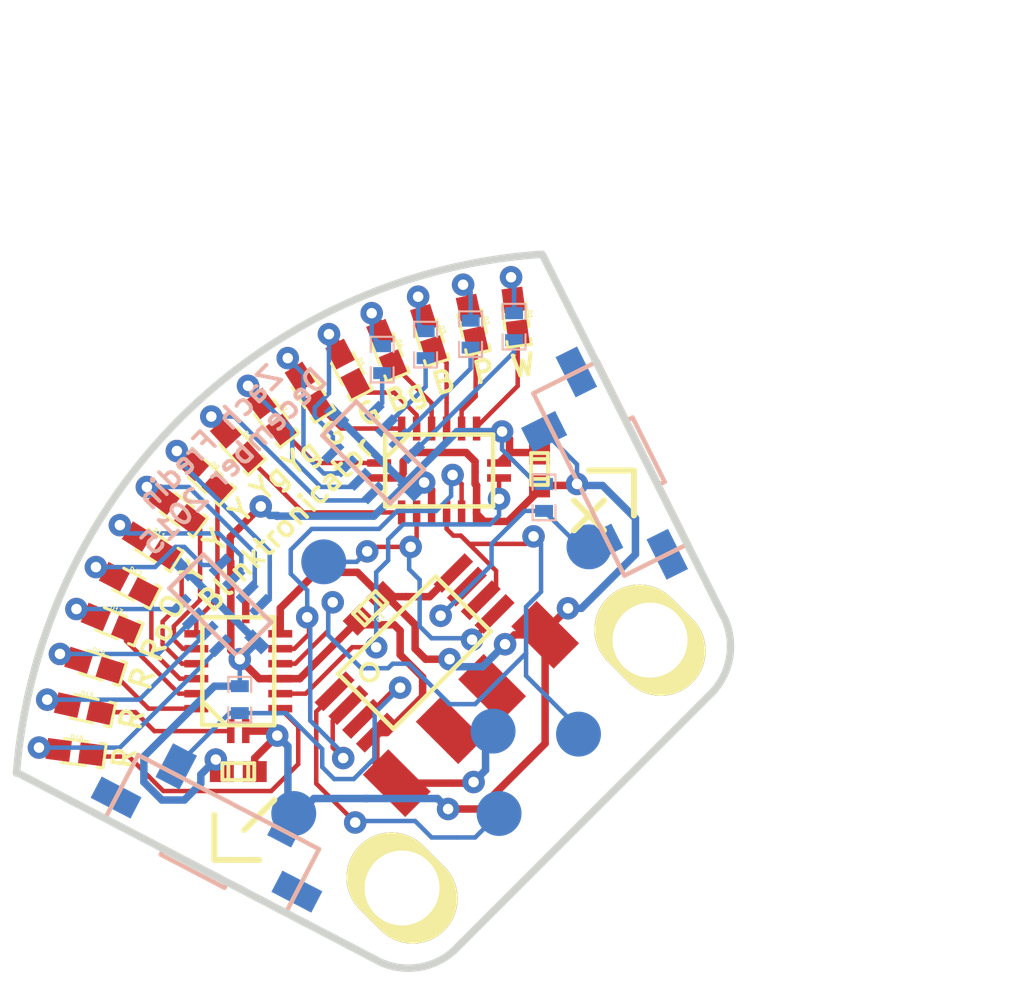
<source format=kicad_pcb>
(kicad_pcb (version 3) (host pcbnew "(2013-jul-07)-stable")

  (general
    (links 76)
    (no_connects 0)
    (area 164.899999 17.150001 202.999999 50.568199)
    (thickness 1.6)
    (drawings 45)
    (tracks 471)
    (zones 0)
    (modules 39)
    (nets 46)
  )

  (page A3)
  (layers
    (15 F.Cu signal)
    (0 B.Cu signal)
    (16 B.Adhes user)
    (17 F.Adhes user)
    (18 B.Paste user)
    (19 F.Paste user)
    (20 B.SilkS user)
    (21 F.SilkS user)
    (22 B.Mask user)
    (23 F.Mask user)
    (24 Dwgs.User user)
    (25 Cmts.User user)
    (26 Eco1.User user)
    (27 Eco2.User user)
    (28 Edge.Cuts user)
  )

  (setup
    (last_trace_width 0.15)
    (user_trace_width 0.25)
    (trace_clearance 0.225)
    (zone_clearance 0.508)
    (zone_45_only no)
    (trace_min 0.15)
    (segment_width 0.2)
    (edge_width 0.2)
    (via_size 0.75)
    (via_drill 0.35)
    (via_min_size 0.75)
    (via_min_drill 0.35)
    (uvia_size 0.508)
    (uvia_drill 0.127)
    (uvias_allowed no)
    (uvia_min_size 0.508)
    (uvia_min_drill 0.127)
    (pcb_text_width 0.3)
    (pcb_text_size 1.5 1.5)
    (mod_edge_width 0.15)
    (mod_text_size 1 1)
    (mod_text_width 0.15)
    (pad_size 0.4 1.47066)
    (pad_drill 0)
    (pad_to_mask_clearance 0)
    (aux_axis_origin 0 0)
    (visible_elements FFFFFF3F)
    (pcbplotparams
      (layerselection 284196865)
      (usegerberextensions true)
      (excludeedgelayer true)
      (linewidth 0.150000)
      (plotframeref false)
      (viasonmask false)
      (mode 1)
      (useauxorigin false)
      (hpglpennumber 1)
      (hpglpenspeed 20)
      (hpglpendiameter 15)
      (hpglpenoverlay 2)
      (psnegative false)
      (psa4output false)
      (plotreference true)
      (plotvalue true)
      (plotothertext true)
      (plotinvisibletext false)
      (padsonsilk false)
      (subtractmaskfromsilk false)
      (outputformat 1)
      (mirror false)
      (drillshape 0)
      (scaleselection 1)
      (outputdirectory gerbers/))
  )

  (net 0 "")
  (net 1 GND)
  (net 2 N-000001)
  (net 3 N-0000010)
  (net 4 N-0000011)
  (net 5 N-0000012)
  (net 6 N-0000014)
  (net 7 N-0000015)
  (net 8 N-0000016)
  (net 9 N-0000017)
  (net 10 N-0000018)
  (net 11 N-0000019)
  (net 12 N-000002)
  (net 13 N-0000020)
  (net 14 N-0000021)
  (net 15 N-0000022)
  (net 16 N-0000024)
  (net 17 N-0000025)
  (net 18 N-0000026)
  (net 19 N-0000027)
  (net 20 N-0000028)
  (net 21 N-0000029)
  (net 22 N-000003)
  (net 23 N-0000030)
  (net 24 N-0000031)
  (net 25 N-0000032)
  (net 26 N-0000033)
  (net 27 N-0000034)
  (net 28 N-0000035)
  (net 29 N-0000036)
  (net 30 N-0000037)
  (net 31 N-0000038)
  (net 32 N-000004)
  (net 33 N-0000040)
  (net 34 N-0000041)
  (net 35 N-0000042)
  (net 36 N-0000043)
  (net 37 N-0000044)
  (net 38 N-0000045)
  (net 39 N-0000046)
  (net 40 N-000005)
  (net 41 N-000006)
  (net 42 N-000007)
  (net 43 N-000008)
  (net 44 N-000009)
  (net 45 VCC)

  (net_class Default "This is the default net class."
    (clearance 0.225)
    (trace_width 0.15)
    (via_dia 0.75)
    (via_drill 0.35)
    (uvia_dia 0.508)
    (uvia_drill 0.127)
    (add_net "")
    (add_net GND)
    (add_net N-000001)
    (add_net N-0000010)
    (add_net N-0000011)
    (add_net N-0000012)
    (add_net N-0000014)
    (add_net N-0000015)
    (add_net N-0000016)
    (add_net N-0000017)
    (add_net N-0000018)
    (add_net N-0000019)
    (add_net N-000002)
    (add_net N-0000020)
    (add_net N-0000021)
    (add_net N-0000022)
    (add_net N-0000024)
    (add_net N-0000025)
    (add_net N-0000026)
    (add_net N-0000027)
    (add_net N-0000028)
    (add_net N-0000029)
    (add_net N-000003)
    (add_net N-0000030)
    (add_net N-0000031)
    (add_net N-0000032)
    (add_net N-0000033)
    (add_net N-0000034)
    (add_net N-0000035)
    (add_net N-0000036)
    (add_net N-0000037)
    (add_net N-0000038)
    (add_net N-000004)
    (add_net N-0000040)
    (add_net N-0000041)
    (add_net N-0000042)
    (add_net N-0000043)
    (add_net N-0000044)
    (add_net N-0000045)
    (add_net N-0000046)
    (add_net N-000005)
    (add_net N-000006)
    (add_net N-000007)
    (add_net N-000008)
    (add_net N-000009)
    (add_net VCC)
  )

  (module LED-0402 (layer F.Cu) (tedit 5664684A) (tstamp 563F7C93)
    (at 182.05 27.35 277.5)
    (descr "SMT LED, 0402")
    (path /563AB44A)
    (fp_text reference D1 (at 0 -0.4826 277.5) (layer F.SilkS)
      (effects (font (size 0.1524 0.1524) (thickness 0.03048)))
    )
    (fp_text value 630nm (at 0 0.4826 277.5) (layer F.SilkS) hide
      (effects (font (size 0.1524 0.1524) (thickness 0.03048)))
    )
    (fp_line (start 1 -0.4) (end 0.8 -0.4) (layer F.SilkS) (width 0.1))
    (fp_line (start 1 0.4) (end 0.8 0.4) (layer F.SilkS) (width 0.1))
    (fp_line (start 0.4 -0.4) (end -0.4 -0.4) (layer F.SilkS) (width 0.1))
    (fp_line (start -0.4 0.4) (end 0.4 0.4) (layer F.SilkS) (width 0.1))
    (fp_line (start 1 -0.4) (end 1 0.4) (layer F.SilkS) (width 0.1))
    (pad 1 smd rect (at 0.54864 0 277.5) (size 0.8001 0.6985)
      (layers F.Cu F.Paste F.Mask)
      (net 22 N-000003)
    )
    (pad 2 smd rect (at -0.54864 0 277.5) (size 0.8001 0.6985)
      (layers F.Cu F.Paste F.Mask)
      (net 4 N-0000011)
    )
    (model smd/capacitors/c_0402.wrl
      (at (xyz 0 0 0))
      (scale (xyz 1 1 1))
      (rotate (xyz 0 0 0))
    )
  )

  (module LED-0402 (layer F.Cu) (tedit 5664684A) (tstamp 563F7C39)
    (at 180.6 27.6 282.5)
    (descr "SMT LED, 0402")
    (path /563AB450)
    (fp_text reference D2 (at 0 -0.4826 282.5) (layer F.SilkS)
      (effects (font (size 0.1524 0.1524) (thickness 0.03048)))
    )
    (fp_text value 620nm (at 0 0.4826 282.5) (layer F.SilkS) hide
      (effects (font (size 0.1524 0.1524) (thickness 0.03048)))
    )
    (fp_line (start 1 -0.4) (end 0.8 -0.4) (layer F.SilkS) (width 0.1))
    (fp_line (start 1 0.4) (end 0.8 0.4) (layer F.SilkS) (width 0.1))
    (fp_line (start 0.4 -0.4) (end -0.4 -0.4) (layer F.SilkS) (width 0.1))
    (fp_line (start -0.4 0.4) (end 0.4 0.4) (layer F.SilkS) (width 0.1))
    (fp_line (start 1 -0.4) (end 1 0.4) (layer F.SilkS) (width 0.1))
    (pad 1 smd rect (at 0.54864 0 282.5) (size 0.8001 0.6985)
      (layers F.Cu F.Paste F.Mask)
      (net 12 N-000002)
    )
    (pad 2 smd rect (at -0.54864 0 282.5) (size 0.8001 0.6985)
      (layers F.Cu F.Paste F.Mask)
      (net 3 N-0000010)
    )
    (model smd/capacitors/c_0402.wrl
      (at (xyz 0 0 0))
      (scale (xyz 1 1 1))
      (rotate (xyz 0 0 0))
    )
  )

  (module LED-0402 (layer F.Cu) (tedit 5664684A) (tstamp 563F7CA5)
    (at 179.15 27.95 287.5)
    (descr "SMT LED, 0402")
    (path /563AB456)
    (fp_text reference D3 (at 0 -0.4826 287.5) (layer F.SilkS)
      (effects (font (size 0.1524 0.1524) (thickness 0.03048)))
    )
    (fp_text value 615nm (at 0 0.4826 287.5) (layer F.SilkS) hide
      (effects (font (size 0.1524 0.1524) (thickness 0.03048)))
    )
    (fp_line (start 1 -0.4) (end 0.8 -0.4) (layer F.SilkS) (width 0.1))
    (fp_line (start 1 0.4) (end 0.8 0.4) (layer F.SilkS) (width 0.1))
    (fp_line (start 0.4 -0.4) (end -0.4 -0.4) (layer F.SilkS) (width 0.1))
    (fp_line (start -0.4 0.4) (end 0.4 0.4) (layer F.SilkS) (width 0.1))
    (fp_line (start 1 -0.4) (end 1 0.4) (layer F.SilkS) (width 0.1))
    (pad 1 smd rect (at 0.54864 0 287.5) (size 0.8001 0.6985)
      (layers F.Cu F.Paste F.Mask)
      (net 2 N-000001)
    )
    (pad 2 smd rect (at -0.54864 0 287.5) (size 0.8001 0.6985)
      (layers F.Cu F.Paste F.Mask)
      (net 43 N-000008)
    )
    (model smd/capacitors/c_0402.wrl
      (at (xyz 0 0 0))
      (scale (xyz 1 1 1))
      (rotate (xyz 0 0 0))
    )
  )

  (module LED-0402 (layer F.Cu) (tedit 5664684A) (tstamp 563F7CB7)
    (at 177.75 28.45 292.5)
    (descr "SMT LED, 0402")
    (path /563AB45C)
    (fp_text reference D4 (at 0 -0.4826 292.5) (layer F.SilkS)
      (effects (font (size 0.1524 0.1524) (thickness 0.03048)))
    )
    (fp_text value 605nm (at 0 0.4826 292.5) (layer F.SilkS) hide
      (effects (font (size 0.1524 0.1524) (thickness 0.03048)))
    )
    (fp_line (start 1 -0.4) (end 0.8 -0.4) (layer F.SilkS) (width 0.1))
    (fp_line (start 1 0.4) (end 0.8 0.4) (layer F.SilkS) (width 0.1))
    (fp_line (start 0.4 -0.4) (end -0.4 -0.4) (layer F.SilkS) (width 0.1))
    (fp_line (start -0.4 0.4) (end 0.4 0.4) (layer F.SilkS) (width 0.1))
    (fp_line (start 1 -0.4) (end 1 0.4) (layer F.SilkS) (width 0.1))
    (pad 1 smd rect (at 0.54864 0 292.5) (size 0.8001 0.6985)
      (layers F.Cu F.Paste F.Mask)
      (net 24 N-0000031)
    )
    (pad 2 smd rect (at -0.54864 0 292.5) (size 0.8001 0.6985)
      (layers F.Cu F.Paste F.Mask)
      (net 40 N-000005)
    )
    (model smd/capacitors/c_0402.wrl
      (at (xyz 0 0 0))
      (scale (xyz 1 1 1))
      (rotate (xyz 0 0 0))
    )
  )

  (module LED-0402 (layer F.Cu) (tedit 5664684A) (tstamp 563F7CC9)
    (at 176.45 29.1 297.5)
    (descr "SMT LED, 0402")
    (path /563AB462)
    (fp_text reference D5 (at 0 -0.4826 297.5) (layer F.SilkS)
      (effects (font (size 0.1524 0.1524) (thickness 0.03048)))
    )
    (fp_text value 596nm (at 0 0.4826 297.5) (layer F.SilkS) hide
      (effects (font (size 0.1524 0.1524) (thickness 0.03048)))
    )
    (fp_line (start 1 -0.4) (end 0.8 -0.4) (layer F.SilkS) (width 0.1))
    (fp_line (start 1 0.4) (end 0.8 0.4) (layer F.SilkS) (width 0.1))
    (fp_line (start 0.4 -0.4) (end -0.4 -0.4) (layer F.SilkS) (width 0.1))
    (fp_line (start -0.4 0.4) (end 0.4 0.4) (layer F.SilkS) (width 0.1))
    (fp_line (start 1 -0.4) (end 1 0.4) (layer F.SilkS) (width 0.1))
    (pad 1 smd rect (at 0.54864 0 297.5) (size 0.8001 0.6985)
      (layers F.Cu F.Paste F.Mask)
      (net 23 N-0000030)
    )
    (pad 2 smd rect (at -0.54864 0 297.5) (size 0.8001 0.6985)
      (layers F.Cu F.Paste F.Mask)
      (net 5 N-0000012)
    )
    (model smd/capacitors/c_0402.wrl
      (at (xyz 0 0 0))
      (scale (xyz 1 1 1))
      (rotate (xyz 0 0 0))
    )
  )

  (module LED-0402 (layer F.Cu) (tedit 5664684A) (tstamp 563F7CED)
    (at 175.15 29.85 302.5)
    (descr "SMT LED, 0402")
    (path /563AB8BE)
    (fp_text reference D6 (at 0 -0.4826 302.5) (layer F.SilkS)
      (effects (font (size 0.1524 0.1524) (thickness 0.03048)))
    )
    (fp_text value 590nm (at 0 0.4826 302.5) (layer F.SilkS) hide
      (effects (font (size 0.1524 0.1524) (thickness 0.03048)))
    )
    (fp_line (start 1 -0.4) (end 0.8 -0.4) (layer F.SilkS) (width 0.1))
    (fp_line (start 1 0.4) (end 0.8 0.4) (layer F.SilkS) (width 0.1))
    (fp_line (start 0.4 -0.4) (end -0.4 -0.4) (layer F.SilkS) (width 0.1))
    (fp_line (start -0.4 0.4) (end 0.4 0.4) (layer F.SilkS) (width 0.1))
    (fp_line (start 1 -0.4) (end 1 0.4) (layer F.SilkS) (width 0.1))
    (pad 1 smd rect (at 0.54864 0 302.5) (size 0.8001 0.6985)
      (layers F.Cu F.Paste F.Mask)
      (net 21 N-0000029)
    )
    (pad 2 smd rect (at -0.54864 0 302.5) (size 0.8001 0.6985)
      (layers F.Cu F.Paste F.Mask)
      (net 31 N-0000038)
    )
    (model smd/capacitors/c_0402.wrl
      (at (xyz 0 0 0))
      (scale (xyz 1 1 1))
      (rotate (xyz 0 0 0))
    )
  )

  (module LED-0402 (layer F.Cu) (tedit 5664684A) (tstamp 563F7D47)
    (at 173.9 30.7 307.5)
    (descr "SMT LED, 0402")
    (path /563AB002)
    (fp_text reference D7 (at 0 -0.4826 307.5) (layer F.SilkS)
      (effects (font (size 0.1524 0.1524) (thickness 0.03048)))
    )
    (fp_text value 585nm (at 0 0.4826 307.5) (layer F.SilkS) hide
      (effects (font (size 0.1524 0.1524) (thickness 0.03048)))
    )
    (fp_line (start 1 -0.4) (end 0.8 -0.4) (layer F.SilkS) (width 0.1))
    (fp_line (start 1 0.4) (end 0.8 0.4) (layer F.SilkS) (width 0.1))
    (fp_line (start 0.4 -0.4) (end -0.4 -0.4) (layer F.SilkS) (width 0.1))
    (fp_line (start -0.4 0.4) (end 0.4 0.4) (layer F.SilkS) (width 0.1))
    (fp_line (start 1 -0.4) (end 1 0.4) (layer F.SilkS) (width 0.1))
    (pad 1 smd rect (at 0.54864 0 307.5) (size 0.8001 0.6985)
      (layers F.Cu F.Paste F.Mask)
      (net 20 N-0000028)
    )
    (pad 2 smd rect (at -0.54864 0 307.5) (size 0.8001 0.6985)
      (layers F.Cu F.Paste F.Mask)
      (net 37 N-0000044)
    )
    (model smd/capacitors/c_0402.wrl
      (at (xyz 0 0 0))
      (scale (xyz 1 1 1))
      (rotate (xyz 0 0 0))
    )
  )

  (module LED-0402 (layer F.Cu) (tedit 5664684A) (tstamp 563F7CDB)
    (at 172.75 31.65 312.5)
    (descr "SMT LED, 0402")
    (path /563AB754)
    (fp_text reference D8 (at 0 -0.4826 312.5) (layer F.SilkS)
      (effects (font (size 0.1524 0.1524) (thickness 0.03048)))
    )
    (fp_text value 580nm (at 0 0.4826 312.5) (layer F.SilkS) hide
      (effects (font (size 0.1524 0.1524) (thickness 0.03048)))
    )
    (fp_line (start 1 -0.4) (end 0.8 -0.4) (layer F.SilkS) (width 0.1))
    (fp_line (start 1 0.4) (end 0.8 0.4) (layer F.SilkS) (width 0.1))
    (fp_line (start 0.4 -0.4) (end -0.4 -0.4) (layer F.SilkS) (width 0.1))
    (fp_line (start -0.4 0.4) (end 0.4 0.4) (layer F.SilkS) (width 0.1))
    (fp_line (start 1 -0.4) (end 1 0.4) (layer F.SilkS) (width 0.1))
    (pad 1 smd rect (at 0.54864 0 312.5) (size 0.8001 0.6985)
      (layers F.Cu F.Paste F.Mask)
      (net 19 N-0000027)
    )
    (pad 2 smd rect (at -0.54864 0 312.5) (size 0.8001 0.6985)
      (layers F.Cu F.Paste F.Mask)
      (net 38 N-0000045)
    )
    (model smd/capacitors/c_0402.wrl
      (at (xyz 0 0 0))
      (scale (xyz 1 1 1))
      (rotate (xyz 0 0 0))
    )
  )

  (module LED-0402 (layer F.Cu) (tedit 5664684A) (tstamp 563F7C81)
    (at 171.7 32.7 317.5)
    (descr "SMT LED, 0402")
    (path /563AB75A)
    (fp_text reference D9 (at 0 -0.4826 317.5) (layer F.SilkS)
      (effects (font (size 0.1524 0.1524) (thickness 0.03048)))
    )
    (fp_text value 576nm (at 0 0.4826 317.5) (layer F.SilkS) hide
      (effects (font (size 0.1524 0.1524) (thickness 0.03048)))
    )
    (fp_line (start 1 -0.4) (end 0.8 -0.4) (layer F.SilkS) (width 0.1))
    (fp_line (start 1 0.4) (end 0.8 0.4) (layer F.SilkS) (width 0.1))
    (fp_line (start 0.4 -0.4) (end -0.4 -0.4) (layer F.SilkS) (width 0.1))
    (fp_line (start -0.4 0.4) (end 0.4 0.4) (layer F.SilkS) (width 0.1))
    (fp_line (start 1 -0.4) (end 1 0.4) (layer F.SilkS) (width 0.1))
    (pad 1 smd rect (at 0.54864 0 317.5) (size 0.8001 0.6985)
      (layers F.Cu F.Paste F.Mask)
      (net 11 N-0000019)
    )
    (pad 2 smd rect (at -0.54864 0 317.5) (size 0.8001 0.6985)
      (layers F.Cu F.Paste F.Mask)
      (net 36 N-0000043)
    )
    (model smd/capacitors/c_0402.wrl
      (at (xyz 0 0 0))
      (scale (xyz 1 1 1))
      (rotate (xyz 0 0 0))
    )
  )

  (module LED-0402 (layer F.Cu) (tedit 5664684A) (tstamp 563F7CFF)
    (at 170.75 33.8 322.5)
    (descr "SMT LED, 0402")
    (path /563AB760)
    (fp_text reference D10 (at 0 -0.4826 322.5) (layer F.SilkS)
      (effects (font (size 0.1524 0.1524) (thickness 0.03048)))
    )
    (fp_text value 572nm (at 0 0.4826 322.5) (layer F.SilkS) hide
      (effects (font (size 0.1524 0.1524) (thickness 0.03048)))
    )
    (fp_line (start 1 -0.4) (end 0.8 -0.4) (layer F.SilkS) (width 0.1))
    (fp_line (start 1 0.4) (end 0.8 0.4) (layer F.SilkS) (width 0.1))
    (fp_line (start 0.4 -0.4) (end -0.4 -0.4) (layer F.SilkS) (width 0.1))
    (fp_line (start -0.4 0.4) (end 0.4 0.4) (layer F.SilkS) (width 0.1))
    (fp_line (start 1 -0.4) (end 1 0.4) (layer F.SilkS) (width 0.1))
    (pad 1 smd rect (at 0.54864 0 322.5) (size 0.8001 0.6985)
      (layers F.Cu F.Paste F.Mask)
      (net 25 N-0000032)
    )
    (pad 2 smd rect (at -0.54864 0 322.5) (size 0.8001 0.6985)
      (layers F.Cu F.Paste F.Mask)
      (net 35 N-0000042)
    )
    (model smd/capacitors/c_0402.wrl
      (at (xyz 0 0 0))
      (scale (xyz 1 1 1))
      (rotate (xyz 0 0 0))
    )
  )

  (module LED-0402 (layer F.Cu) (tedit 5664684A) (tstamp 563F7D11)
    (at 169.9 35 327.5)
    (descr "SMT LED, 0402")
    (path /563AB766)
    (fp_text reference D11 (at 0 -0.4826 327.5) (layer F.SilkS)
      (effects (font (size 0.1524 0.1524) (thickness 0.03048)))
    )
    (fp_text value 566nm (at 0 0.4826 327.5) (layer F.SilkS) hide
      (effects (font (size 0.1524 0.1524) (thickness 0.03048)))
    )
    (fp_line (start 1 -0.4) (end 0.8 -0.4) (layer F.SilkS) (width 0.1))
    (fp_line (start 1 0.4) (end 0.8 0.4) (layer F.SilkS) (width 0.1))
    (fp_line (start 0.4 -0.4) (end -0.4 -0.4) (layer F.SilkS) (width 0.1))
    (fp_line (start -0.4 0.4) (end 0.4 0.4) (layer F.SilkS) (width 0.1))
    (fp_line (start 1 -0.4) (end 1 0.4) (layer F.SilkS) (width 0.1))
    (pad 1 smd rect (at 0.54864 0 327.5) (size 0.8001 0.6985)
      (layers F.Cu F.Paste F.Mask)
      (net 26 N-0000033)
    )
    (pad 2 smd rect (at -0.54864 0 327.5) (size 0.8001 0.6985)
      (layers F.Cu F.Paste F.Mask)
      (net 34 N-0000041)
    )
    (model smd/capacitors/c_0402.wrl
      (at (xyz 0 0 0))
      (scale (xyz 1 1 1))
      (rotate (xyz 0 0 0))
    )
  )

  (module LED-0402 (layer F.Cu) (tedit 5664684A) (tstamp 563F7D23)
    (at 169.15 36.3 332.5)
    (descr "SMT LED, 0402")
    (path /563AB76C)
    (fp_text reference D12 (at 0 -0.4826 332.5) (layer F.SilkS)
      (effects (font (size 0.1524 0.1524) (thickness 0.03048)))
    )
    (fp_text value 560nm (at 0 0.4826 332.5) (layer F.SilkS) hide
      (effects (font (size 0.1524 0.1524) (thickness 0.03048)))
    )
    (fp_line (start 1 -0.4) (end 0.8 -0.4) (layer F.SilkS) (width 0.1))
    (fp_line (start 1 0.4) (end 0.8 0.4) (layer F.SilkS) (width 0.1))
    (fp_line (start 0.4 -0.4) (end -0.4 -0.4) (layer F.SilkS) (width 0.1))
    (fp_line (start -0.4 0.4) (end 0.4 0.4) (layer F.SilkS) (width 0.1))
    (fp_line (start 1 -0.4) (end 1 0.4) (layer F.SilkS) (width 0.1))
    (pad 1 smd rect (at 0.54864 0 332.5) (size 0.8001 0.6985)
      (layers F.Cu F.Paste F.Mask)
      (net 27 N-0000034)
    )
    (pad 2 smd rect (at -0.54864 0 332.5) (size 0.8001 0.6985)
      (layers F.Cu F.Paste F.Mask)
      (net 33 N-0000040)
    )
    (model smd/capacitors/c_0402.wrl
      (at (xyz 0 0 0))
      (scale (xyz 1 1 1))
      (rotate (xyz 0 0 0))
    )
  )

  (module LED-0402 (layer F.Cu) (tedit 5664684A) (tstamp 563F8F0B)
    (at 168.55 37.6 337.5)
    (descr "SMT LED, 0402")
    (path /563AB772)
    (fp_text reference D13 (at 0 -0.4826 337.5) (layer F.SilkS)
      (effects (font (size 0.1524 0.1524) (thickness 0.03048)))
    )
    (fp_text value 527nm (at 0 0.4826 337.5) (layer F.SilkS) hide
      (effects (font (size 0.1524 0.1524) (thickness 0.03048)))
    )
    (fp_line (start 1 -0.4) (end 0.8 -0.4) (layer F.SilkS) (width 0.1))
    (fp_line (start 1 0.4) (end 0.8 0.4) (layer F.SilkS) (width 0.1))
    (fp_line (start 0.4 -0.4) (end -0.4 -0.4) (layer F.SilkS) (width 0.1))
    (fp_line (start -0.4 0.4) (end 0.4 0.4) (layer F.SilkS) (width 0.1))
    (fp_line (start 1 -0.4) (end 1 0.4) (layer F.SilkS) (width 0.1))
    (pad 1 smd rect (at 0.54864 0 337.5) (size 0.8001 0.6985)
      (layers F.Cu F.Paste F.Mask)
      (net 28 N-0000035)
    )
    (pad 2 smd rect (at -0.54864 0 337.5) (size 0.8001 0.6985)
      (layers F.Cu F.Paste F.Mask)
      (net 39 N-0000046)
    )
    (model smd/capacitors/c_0402.wrl
      (at (xyz 0 0 0))
      (scale (xyz 1 1 1))
      (rotate (xyz 0 0 0))
    )
  )

  (module LED-0402 (layer F.Cu) (tedit 5664684A) (tstamp 563F7C6F)
    (at 168 39 342.5)
    (descr "SMT LED, 0402")
    (path /563AB8CD)
    (fp_text reference D14 (at 0 -0.4826 342.5) (layer F.SilkS)
      (effects (font (size 0.1524 0.1524) (thickness 0.03048)))
    )
    (fp_text value 470nm (at 0 0.4826 342.5) (layer F.SilkS) hide
      (effects (font (size 0.1524 0.1524) (thickness 0.03048)))
    )
    (fp_line (start 1 -0.4) (end 0.8 -0.4) (layer F.SilkS) (width 0.1))
    (fp_line (start 1 0.4) (end 0.8 0.4) (layer F.SilkS) (width 0.1))
    (fp_line (start 0.4 -0.4) (end -0.4 -0.4) (layer F.SilkS) (width 0.1))
    (fp_line (start -0.4 0.4) (end 0.4 0.4) (layer F.SilkS) (width 0.1))
    (fp_line (start 1 -0.4) (end 1 0.4) (layer F.SilkS) (width 0.1))
    (pad 1 smd rect (at 0.54864 0 342.5) (size 0.8001 0.6985)
      (layers F.Cu F.Paste F.Mask)
      (net 29 N-0000036)
    )
    (pad 2 smd rect (at -0.54864 0 342.5) (size 0.8001 0.6985)
      (layers F.Cu F.Paste F.Mask)
      (net 30 N-0000037)
    )
    (model smd/capacitors/c_0402.wrl
      (at (xyz 0 0 0))
      (scale (xyz 1 1 1))
      (rotate (xyz 0 0 0))
    )
  )

  (module LED-0402 (layer F.Cu) (tedit 5664684A) (tstamp 563F7C5D)
    (at 167.65 40.45 347.5)
    (descr "SMT LED, 0402")
    (path /563DFE89)
    (fp_text reference D15 (at 0 -0.4826 347.5) (layer F.SilkS)
      (effects (font (size 0.1524 0.1524) (thickness 0.03048)))
    )
    (fp_text value pink (at 0 0.4826 347.5) (layer F.SilkS) hide
      (effects (font (size 0.1524 0.1524) (thickness 0.03048)))
    )
    (fp_line (start 1 -0.4) (end 0.8 -0.4) (layer F.SilkS) (width 0.1))
    (fp_line (start 1 0.4) (end 0.8 0.4) (layer F.SilkS) (width 0.1))
    (fp_line (start 0.4 -0.4) (end -0.4 -0.4) (layer F.SilkS) (width 0.1))
    (fp_line (start -0.4 0.4) (end 0.4 0.4) (layer F.SilkS) (width 0.1))
    (fp_line (start 1 -0.4) (end 1 0.4) (layer F.SilkS) (width 0.1))
    (pad 1 smd rect (at 0.54864 0 347.5) (size 0.8001 0.6985)
      (layers F.Cu F.Paste F.Mask)
      (net 17 N-0000025)
    )
    (pad 2 smd rect (at -0.54864 0 347.5) (size 0.8001 0.6985)
      (layers F.Cu F.Paste F.Mask)
      (net 14 N-0000021)
    )
    (model smd/capacitors/c_0402.wrl
      (at (xyz 0 0 0))
      (scale (xyz 1 1 1))
      (rotate (xyz 0 0 0))
    )
  )

  (module LED-0402 (layer F.Cu) (tedit 5664684A) (tstamp 563F7C4B)
    (at 167.35 41.9 352.5)
    (descr "SMT LED, 0402")
    (path /563DFE98)
    (fp_text reference D16 (at 0 -0.4826 352.5) (layer F.SilkS)
      (effects (font (size 0.1524 0.1524) (thickness 0.03048)))
    )
    (fp_text value white (at 0 0.4826 352.5) (layer F.SilkS) hide
      (effects (font (size 0.1524 0.1524) (thickness 0.03048)))
    )
    (fp_line (start 1 -0.4) (end 0.8 -0.4) (layer F.SilkS) (width 0.1))
    (fp_line (start 1 0.4) (end 0.8 0.4) (layer F.SilkS) (width 0.1))
    (fp_line (start 0.4 -0.4) (end -0.4 -0.4) (layer F.SilkS) (width 0.1))
    (fp_line (start -0.4 0.4) (end 0.4 0.4) (layer F.SilkS) (width 0.1))
    (fp_line (start 1 -0.4) (end 1 0.4) (layer F.SilkS) (width 0.1))
    (pad 1 smd rect (at 0.54864 0 352.5) (size 0.8001 0.6985)
      (layers F.Cu F.Paste F.Mask)
      (net 18 N-0000026)
    )
    (pad 2 smd rect (at -0.54864 0 352.5) (size 0.8001 0.6985)
      (layers F.Cu F.Paste F.Mask)
      (net 15 N-0000022)
    )
    (model smd/capacitors/c_0402.wrl
      (at (xyz 0 0 0))
      (scale (xyz 1 1 1))
      (rotate (xyz 0 0 0))
    )
  )

  (module SM0402 (layer B.Cu) (tedit 5666652D) (tstamp 56663E2B)
    (at 183 33.4 90)
    (path /563AD150)
    (attr smd)
    (fp_text reference R2 (at 0 0 90) (layer B.SilkS) hide
      (effects (font (size 0.35052 0.3048) (thickness 0.07112)) (justify mirror))
    )
    (fp_text value 10k (at 0.09906 0 90) (layer B.SilkS) hide
      (effects (font (size 0.35052 0.3048) (thickness 0.07112)) (justify mirror))
    )
    (fp_line (start -0.254 0.381) (end -0.762 0.381) (layer B.SilkS) (width 0.07112))
    (fp_line (start -0.762 0.381) (end -0.762 -0.381) (layer B.SilkS) (width 0.07112))
    (fp_line (start -0.762 -0.381) (end -0.254 -0.381) (layer B.SilkS) (width 0.07112))
    (fp_line (start 0.254 0.381) (end 0.762 0.381) (layer B.SilkS) (width 0.07112))
    (fp_line (start 0.762 0.381) (end 0.762 -0.381) (layer B.SilkS) (width 0.07112))
    (fp_line (start 0.762 -0.381) (end 0.254 -0.381) (layer B.SilkS) (width 0.07112))
    (pad 1 smd rect (at -0.44958 0 90) (size 0.39878 0.59944)
      (layers B.Cu B.Paste B.Mask)
      (net 7 N-0000015)
    )
    (pad 2 smd rect (at 0.44958 0 90) (size 0.39878 0.59944)
      (layers B.Cu B.Paste B.Mask)
      (net 1 GND)
    )
    (model smd\chip_cms.wrl
      (at (xyz 0 0 0.002))
      (scale (xyz 0.05 0.05 0.05))
      (rotate (xyz 0 0 0))
    )
  )

  (module SM0402 (layer B.Cu) (tedit 56666524) (tstamp 56663E37)
    (at 172.85 40.15 90)
    (path /563AD15F)
    (attr smd)
    (fp_text reference R3 (at 0 0 90) (layer B.SilkS) hide
      (effects (font (size 0.35052 0.3048) (thickness 0.07112)) (justify mirror))
    )
    (fp_text value 10k (at 0.09906 0 90) (layer B.SilkS) hide
      (effects (font (size 0.35052 0.3048) (thickness 0.07112)) (justify mirror))
    )
    (fp_line (start -0.254 0.381) (end -0.762 0.381) (layer B.SilkS) (width 0.07112))
    (fp_line (start -0.762 0.381) (end -0.762 -0.381) (layer B.SilkS) (width 0.07112))
    (fp_line (start -0.762 -0.381) (end -0.254 -0.381) (layer B.SilkS) (width 0.07112))
    (fp_line (start 0.254 0.381) (end 0.762 0.381) (layer B.SilkS) (width 0.07112))
    (fp_line (start 0.762 0.381) (end 0.762 -0.381) (layer B.SilkS) (width 0.07112))
    (fp_line (start 0.762 -0.381) (end 0.254 -0.381) (layer B.SilkS) (width 0.07112))
    (pad 1 smd rect (at -0.44958 0 90) (size 0.39878 0.59944)
      (layers B.Cu B.Paste B.Mask)
      (net 10 N-0000018)
    )
    (pad 2 smd rect (at 0.44958 0 90) (size 0.39878 0.59944)
      (layers B.Cu B.Paste B.Mask)
      (net 1 GND)
    )
    (model smd\chip_cms.wrl
      (at (xyz 0 0 0.002))
      (scale (xyz 0.05 0.05 0.05))
      (rotate (xyz 0 0 0))
    )
  )

  (module c_0402 (layer F.Cu) (tedit 5666DF04) (tstamp 56663E75)
    (at 172.8 42.55 180)
    (descr "SMT capacitor, 0402")
    (path /563AC2EE)
    (fp_text reference C2 (at 0 -0.4826 180) (layer F.SilkS) hide
      (effects (font (size 0.1524 0.1524) (thickness 0.03048)))
    )
    (fp_text value 0.1 (at 0 0.4826 180) (layer F.SilkS) hide
      (effects (font (size 0.1524 0.1524) (thickness 0.03048)))
    )
    (fp_line (start 0.3302 -0.2794) (end 0.3302 0.2794) (layer F.SilkS) (width 0.127))
    (fp_line (start -0.3302 -0.2794) (end -0.3302 0.2794) (layer F.SilkS) (width 0.127))
    (fp_line (start -0.5334 -0.2794) (end -0.5334 0.2794) (layer F.SilkS) (width 0.127))
    (fp_line (start -0.5334 0.2794) (end 0.5334 0.2794) (layer F.SilkS) (width 0.127))
    (fp_line (start 0.5334 0.2794) (end 0.5334 -0.2794) (layer F.SilkS) (width 0.127))
    (fp_line (start 0.5334 -0.2794) (end -0.5334 -0.2794) (layer F.SilkS) (width 0.127))
    (pad 1 smd rect (at 0.54864 0 180) (size 0.8001 0.6985)
      (layers F.Cu F.Paste F.Mask)
      (net 1 GND)
    )
    (pad 2 smd rect (at -0.54864 0 180) (size 0.8001 0.6985)
      (layers F.Cu F.Paste F.Mask)
      (net 45 VCC)
    )
    (model smd/capacitors/c_0402.wrl
      (at (xyz 0 0 0))
      (scale (xyz 1 1 1))
      (rotate (xyz 0 0 0))
    )
  )

  (module c_0402 (layer F.Cu) (tedit 5666DF0A) (tstamp 56663E81)
    (at 182.85 32.45 90)
    (descr "SMT capacitor, 0402")
    (path /563AC3DD)
    (fp_text reference C1 (at 0 -0.4826 90) (layer F.SilkS) hide
      (effects (font (size 0.1524 0.1524) (thickness 0.03048)))
    )
    (fp_text value 0.1 (at 0 0.4826 90) (layer F.SilkS) hide
      (effects (font (size 0.1524 0.1524) (thickness 0.03048)))
    )
    (fp_line (start 0.3302 -0.2794) (end 0.3302 0.2794) (layer F.SilkS) (width 0.127))
    (fp_line (start -0.3302 -0.2794) (end -0.3302 0.2794) (layer F.SilkS) (width 0.127))
    (fp_line (start -0.5334 -0.2794) (end -0.5334 0.2794) (layer F.SilkS) (width 0.127))
    (fp_line (start -0.5334 0.2794) (end 0.5334 0.2794) (layer F.SilkS) (width 0.127))
    (fp_line (start 0.5334 0.2794) (end 0.5334 -0.2794) (layer F.SilkS) (width 0.127))
    (fp_line (start 0.5334 -0.2794) (end -0.5334 -0.2794) (layer F.SilkS) (width 0.127))
    (pad 1 smd rect (at 0.54864 0 90) (size 0.8001 0.6985)
      (layers F.Cu F.Paste F.Mask)
      (net 1 GND)
    )
    (pad 2 smd rect (at -0.54864 0 90) (size 0.8001 0.6985)
      (layers F.Cu F.Paste F.Mask)
      (net 45 VCC)
    )
    (model smd/capacitors/c_0402.wrl
      (at (xyz 0 0 0))
      (scale (xyz 1 1 1))
      (rotate (xyz 0 0 0))
    )
  )

  (module c_0402 (layer F.Cu) (tedit 49047259) (tstamp 56663E8D)
    (at 177.2 37.1 225)
    (descr "SMT capacitor, 0402")
    (path /563AC3EC)
    (fp_text reference C3 (at 0 -0.4826 225) (layer F.SilkS)
      (effects (font (size 0.1524 0.1524) (thickness 0.03048)))
    )
    (fp_text value 0.1 (at 0 0.4826 225) (layer F.SilkS) hide
      (effects (font (size 0.1524 0.1524) (thickness 0.03048)))
    )
    (fp_line (start 0.3302 -0.2794) (end 0.3302 0.2794) (layer F.SilkS) (width 0.127))
    (fp_line (start -0.3302 -0.2794) (end -0.3302 0.2794) (layer F.SilkS) (width 0.127))
    (fp_line (start -0.5334 -0.2794) (end -0.5334 0.2794) (layer F.SilkS) (width 0.127))
    (fp_line (start -0.5334 0.2794) (end 0.5334 0.2794) (layer F.SilkS) (width 0.127))
    (fp_line (start 0.5334 0.2794) (end 0.5334 -0.2794) (layer F.SilkS) (width 0.127))
    (fp_line (start 0.5334 -0.2794) (end -0.5334 -0.2794) (layer F.SilkS) (width 0.127))
    (pad 1 smd rect (at 0.54864 0 225) (size 0.8001 0.6985)
      (layers F.Cu F.Paste F.Mask)
      (net 1 GND)
    )
    (pad 2 smd rect (at -0.54864 0 225) (size 0.8001 0.6985)
      (layers F.Cu F.Paste F.Mask)
      (net 45 VCC)
    )
    (model smd/capacitors/c_0402.wrl
      (at (xyz 0 0 0))
      (scale (xyz 1 1 1))
      (rotate (xyz 0 0 0))
    )
  )

  (module TL3330AF130QG (layer B.Cu) (tedit 5666641C) (tstamp 563F7BB3)
    (at 184.7 32.7 296.5)
    (path /563ACE05)
    (fp_text reference SW2 (at 0 4.4 296.5) (layer B.SilkS) hide
      (effects (font (size 1 1) (thickness 0.15)) (justify mirror))
    )
    (fp_text value SW_PUSH (at 0 -4.4 296.5) (layer B.SilkS) hide
      (effects (font (size 1 1) (thickness 0.15)) (justify mirror))
    )
    (fp_line (start -1.2 -1.8) (end -1.2 -2) (layer B.SilkS) (width 0.15))
    (fp_line (start -1.2 -2) (end 1.2 -2) (layer B.SilkS) (width 0.15))
    (fp_line (start 1.2 -2) (end 1.2 -1.8) (layer B.SilkS) (width 0.15))
    (fp_line (start -3.4 -1.8) (end 3.4 -1.8) (layer B.SilkS) (width 0.15))
    (fp_line (start 3.4 -1.8) (end 3.4 0.6) (layer B.SilkS) (width 0.15))
    (fp_line (start 3.4 0.6) (end -3.4 0.6) (layer B.SilkS) (width 0.15))
    (fp_line (start -3.4 0.6) (end -3.4 -1.8) (layer B.SilkS) (width 0.15))
    (pad 1 smd rect (at -2.1 0.85 296.5) (size 0.9 1.27)
      (layers B.Cu B.Mask)
      (net 45 VCC)
    )
    (pad 2 smd rect (at 2.1 0.85 296.5) (size 0.9 1.27)
      (layers B.Cu B.Mask)
      (net 7 N-0000015)
    )
    (pad "" smd rect (at 3.4 -1 296.5) (size 1.5 0.8)
      (layers B.Cu B.Paste B.Mask)
    )
    (pad "" smd rect (at -3.4 -1 296.5) (size 1.5 0.8)
      (layers B.Cu B.Paste B.Mask)
    )
  )

  (module TL3330AF130QG (layer B.Cu) (tedit 5666641C) (tstamp 56663FE2)
    (at 172.2 44.1 152.5)
    (path /563ACE14)
    (fp_text reference SW3 (at 0 4.4 152.5) (layer B.SilkS) hide
      (effects (font (size 1 1) (thickness 0.15)) (justify mirror))
    )
    (fp_text value SW_PUSH (at 0 -4.4 152.5) (layer B.SilkS) hide
      (effects (font (size 1 1) (thickness 0.15)) (justify mirror))
    )
    (fp_line (start -1.2 -1.8) (end -1.2 -2) (layer B.SilkS) (width 0.15))
    (fp_line (start -1.2 -2) (end 1.2 -2) (layer B.SilkS) (width 0.15))
    (fp_line (start 1.2 -2) (end 1.2 -1.8) (layer B.SilkS) (width 0.15))
    (fp_line (start -3.4 -1.8) (end 3.4 -1.8) (layer B.SilkS) (width 0.15))
    (fp_line (start 3.4 -1.8) (end 3.4 0.6) (layer B.SilkS) (width 0.15))
    (fp_line (start 3.4 0.6) (end -3.4 0.6) (layer B.SilkS) (width 0.15))
    (fp_line (start -3.4 0.6) (end -3.4 -1.8) (layer B.SilkS) (width 0.15))
    (pad 1 smd rect (at -2.1 0.85 152.5) (size 0.9 1.27)
      (layers B.Cu B.Mask)
      (net 45 VCC)
    )
    (pad 2 smd rect (at 2.1 0.85 152.5) (size 0.9 1.27)
      (layers B.Cu B.Mask)
      (net 10 N-0000018)
    )
    (pad "" smd rect (at 3.4 -1 152.5) (size 1.5 0.8)
      (layers B.Cu B.Paste B.Mask)
    )
    (pad "" smd rect (at -3.4 -1 152.5) (size 1.5 0.8)
      (layers B.Cu B.Paste B.Mask)
    )
  )

  (module DHVQFN16 (layer F.Cu) (tedit 5666647C) (tstamp 56663E69)
    (at 172.8 39.2 90)
    (path /563AB792)
    (fp_text reference U4 (at 0 -3.2 90) (layer F.SilkS) hide
      (effects (font (size 1 1) (thickness 0.15)))
    )
    (fp_text value 74HC595 (at 0 3 90) (layer F.SilkS) hide
      (effects (font (size 1 1) (thickness 0.15)))
    )
    (fp_line (start -1.8 -0.4) (end -1 -1.2) (layer F.SilkS) (width 0.15))
    (fp_line (start -1.8 -1.2) (end -1.8 1.2) (layer F.SilkS) (width 0.15))
    (fp_line (start -1.8 1.2) (end 1.8 1.2) (layer F.SilkS) (width 0.15))
    (fp_line (start 1.8 1.2) (end 1.8 -1.2) (layer F.SilkS) (width 0.15))
    (fp_line (start 1.8 -1.2) (end -1.8 -1.2) (layer F.SilkS) (width 0.15))
    (pad 5 smd rect (at 0.25 -1.4 90) (size 0.25 0.8)
      (layers F.Cu F.Paste F.Mask)
      (net 26 N-0000033)
    )
    (pad 4 smd rect (at -0.25 -1.4 90) (size 0.25 0.8)
      (layers F.Cu F.Paste F.Mask)
      (net 27 N-0000034)
    )
    (pad 3 smd rect (at -0.75 -1.4 90) (size 0.25 0.8)
      (layers F.Cu F.Paste F.Mask)
      (net 28 N-0000035)
    )
    (pad 2 smd rect (at -1.25 -1.4 90) (size 0.25 0.8)
      (layers F.Cu F.Paste F.Mask)
      (net 29 N-0000036)
    )
    (pad 6 smd rect (at 0.75 -1.4 90) (size 0.25 0.8)
      (layers F.Cu F.Paste F.Mask)
      (net 25 N-0000032)
    )
    (pad 7 smd rect (at 1.25 -1.4 90) (size 0.25 0.8)
      (layers F.Cu F.Paste F.Mask)
      (net 11 N-0000019)
    )
    (pad 13 smd rect (at -0.25 1.4 90) (size 0.25 0.8)
      (layers F.Cu F.Paste F.Mask)
      (net 1 GND)
    )
    (pad 14 smd rect (at -0.75 1.4 90) (size 0.25 0.8)
      (layers F.Cu F.Paste F.Mask)
      (net 32 N-000004)
    )
    (pad 15 smd rect (at -1.25 1.4 90) (size 0.25 0.8)
      (layers F.Cu F.Paste F.Mask)
      (net 18 N-0000026)
    )
    (pad 12 smd rect (at 0.25 1.4 90) (size 0.25 0.8)
      (layers F.Cu F.Paste F.Mask)
      (net 6 N-0000014)
    )
    (pad 11 smd rect (at 0.75 1.4 90) (size 0.25 0.8)
      (layers F.Cu F.Paste F.Mask)
      (net 9 N-0000017)
    )
    (pad 10 smd rect (at 1.25 1.4 90) (size 0.25 0.8)
      (layers F.Cu F.Paste F.Mask)
      (net 45 VCC)
    )
    (pad 1 smd rect (at -2 -0.25 90) (size 0.8 0.25)
      (layers F.Cu F.Paste F.Mask)
      (net 17 N-0000025)
    )
    (pad 16 smd rect (at -2 0.25 90) (size 0.8 0.25)
      (layers F.Cu F.Paste F.Mask)
      (net 45 VCC)
    )
    (pad 8 smd rect (at 2 -0.25 90) (size 0.8 0.25)
      (layers F.Cu F.Paste F.Mask)
      (net 1 GND)
    )
    (pad 9 smd rect (at 2 0.25 90) (size 0.8 0.25)
      (layers F.Cu F.Paste F.Mask)
    )
  )

  (module DHVQFN16 (layer F.Cu) (tedit 5666647C) (tstamp 56663E50)
    (at 179.5 32.5)
    (path /563AB488)
    (fp_text reference U3 (at 0 -3.2) (layer F.SilkS) hide
      (effects (font (size 1 1) (thickness 0.15)))
    )
    (fp_text value 74HC595 (at 0 3) (layer F.SilkS) hide
      (effects (font (size 1 1) (thickness 0.15)))
    )
    (fp_line (start -1.8 -0.4) (end -1 -1.2) (layer F.SilkS) (width 0.15))
    (fp_line (start -1.8 -1.2) (end -1.8 1.2) (layer F.SilkS) (width 0.15))
    (fp_line (start -1.8 1.2) (end 1.8 1.2) (layer F.SilkS) (width 0.15))
    (fp_line (start 1.8 1.2) (end 1.8 -1.2) (layer F.SilkS) (width 0.15))
    (fp_line (start 1.8 -1.2) (end -1.8 -1.2) (layer F.SilkS) (width 0.15))
    (pad 5 smd rect (at 0.25 -1.4) (size 0.25 0.8)
      (layers F.Cu F.Paste F.Mask)
      (net 2 N-000001)
    )
    (pad 4 smd rect (at -0.25 -1.4) (size 0.25 0.8)
      (layers F.Cu F.Paste F.Mask)
      (net 24 N-0000031)
    )
    (pad 3 smd rect (at -0.75 -1.4) (size 0.25 0.8)
      (layers F.Cu F.Paste F.Mask)
      (net 23 N-0000030)
    )
    (pad 2 smd rect (at -1.25 -1.4) (size 0.25 0.8)
      (layers F.Cu F.Paste F.Mask)
      (net 21 N-0000029)
    )
    (pad 6 smd rect (at 0.75 -1.4) (size 0.25 0.8)
      (layers F.Cu F.Paste F.Mask)
      (net 12 N-000002)
    )
    (pad 7 smd rect (at 1.25 -1.4) (size 0.25 0.8)
      (layers F.Cu F.Paste F.Mask)
      (net 22 N-000003)
    )
    (pad 13 smd rect (at -0.25 1.4) (size 0.25 0.8)
      (layers F.Cu F.Paste F.Mask)
      (net 1 GND)
    )
    (pad 14 smd rect (at -0.75 1.4) (size 0.25 0.8)
      (layers F.Cu F.Paste F.Mask)
      (net 16 N-0000024)
    )
    (pad 15 smd rect (at -1.25 1.4) (size 0.25 0.8)
      (layers F.Cu F.Paste F.Mask)
      (net 19 N-0000027)
    )
    (pad 12 smd rect (at 0.25 1.4) (size 0.25 0.8)
      (layers F.Cu F.Paste F.Mask)
      (net 6 N-0000014)
    )
    (pad 11 smd rect (at 0.75 1.4) (size 0.25 0.8)
      (layers F.Cu F.Paste F.Mask)
      (net 9 N-0000017)
    )
    (pad 10 smd rect (at 1.25 1.4) (size 0.25 0.8)
      (layers F.Cu F.Paste F.Mask)
      (net 45 VCC)
    )
    (pad 1 smd rect (at -2 -0.25) (size 0.8 0.25)
      (layers F.Cu F.Paste F.Mask)
      (net 20 N-0000028)
    )
    (pad 16 smd rect (at -2 0.25) (size 0.8 0.25)
      (layers F.Cu F.Paste F.Mask)
      (net 45 VCC)
    )
    (pad 8 smd rect (at 2 -0.25) (size 0.8 0.25)
      (layers F.Cu F.Paste F.Mask)
      (net 1 GND)
    )
    (pad 9 smd rect (at 2 0.25) (size 0.8 0.25)
      (layers F.Cu F.Paste F.Mask)
      (net 32 N-000004)
    )
  )

  (module RN-EXBD (layer B.Cu) (tedit 56666450) (tstamp 563F87DA)
    (at 172.2 37 315)
    (path /563C456B)
    (fp_text reference RN2 (at -0.1 3.5 315) (layer B.SilkS) hide
      (effects (font (size 1 1) (thickness 0.15)) (justify mirror))
    )
    (fp_text value EXB-D10C680J (at 0 -3.4 315) (layer B.SilkS) hide
      (effects (font (size 1 1) (thickness 0.15)) (justify mirror))
    )
    (fp_line (start 1.6 0.8) (end -1.6 0.8) (layer B.SilkS) (width 0.15))
    (fp_line (start -1.6 0.8) (end -1.6 -0.8) (layer B.SilkS) (width 0.15))
    (fp_line (start -1.6 -0.8) (end 1.6 -0.8) (layer B.SilkS) (width 0.15))
    (fp_line (start 1.6 -0.8) (end 1.6 0.8) (layer B.SilkS) (width 0.15))
    (pad 8 smd rect (at 0.3175 -0.95 315) (size 0.3 0.8)
      (layers B.Cu B.Mask)
      (net 35 N-0000042)
    )
    (pad 9 smd rect (at -0.3175 -0.95 315) (size 0.3 0.8)
      (layers B.Cu B.Mask)
      (net 34 N-0000041)
    )
    (pad 7 smd rect (at 0.9525 -0.95 315) (size 0.3 0.8)
      (layers B.Cu B.Mask)
      (net 36 N-0000043)
    )
    (pad 10 smd rect (at -0.9525 -0.95 315) (size 0.3 0.8)
      (layers B.Cu B.Mask)
      (net 33 N-0000040)
    )
    (pad 4 smd rect (at 0.3175 0.95 315) (size 0.3 0.8)
      (layers B.Cu B.Mask)
      (net 14 N-0000021)
    )
    (pad 3 smd rect (at -0.3175 0.95 315) (size 0.3 0.8)
      (layers B.Cu B.Mask)
      (net 30 N-0000037)
    )
    (pad 5 smd rect (at 0.9525 0.95 315) (size 0.3 0.8)
      (layers B.Cu B.Mask)
      (net 15 N-0000022)
    )
    (pad 2 smd rect (at -0.9525 0.95 315) (size 0.3 0.8)
      (layers B.Cu B.Mask)
      (net 39 N-0000046)
    )
    (pad 1 smd rect (at -1.725 0 315) (size 0.8 0.4)
      (layers B.Cu B.Mask)
      (net 1 GND)
    )
    (pad 6 smd rect (at 1.725 0 315) (size 0.8 0.4)
      (layers B.Cu B.Mask)
      (net 1 GND)
    )
  )

  (module tssop-8 (layer F.Cu) (tedit 566665CC) (tstamp 56663D65)
    (at 179.6 39.5 315)
    (descr TSSOP-16)
    (path /564253CE)
    (fp_text reference U1 (at -1.3 0.8 315) (layer F.SilkS) hide
      (effects (font (size 0.50038 0.50038) (thickness 0.09906)))
    )
    (fp_text value ATTINY85-S (at -1.3 -0.5 315) (layer F.SilkS) hide
      (effects (font (size 0.50038 0.50038) (thickness 0.09906)))
    )
    (fp_line (start 0 -2.3) (end -2.6 -2.3) (layer F.SilkS) (width 0.15))
    (fp_line (start -2.6 -2.3) (end -2.6 2.3) (layer F.SilkS) (width 0.15))
    (fp_line (start -2.6 2.3) (end 0 2.3) (layer F.SilkS) (width 0.15))
    (fp_line (start 0 -2.3) (end 0 2.3) (layer F.SilkS) (width 0.15))
    (fp_circle (center -1.905 1.524) (end -2.032 1.778) (layer F.SilkS) (width 0.127))
    (pad 4 smd rect (at -0.32512 2.79908 315) (size 0.4191 1.47066)
      (layers F.Cu F.Paste F.Mask)
      (net 1 GND)
    )
    (pad 8 smd rect (at -2.26568 -2.794 315) (size 0.4 1.47066)
      (layers F.Cu F.Paste F.Mask)
      (net 45 VCC)
    )
    (pad 1 smd rect (at -2.27584 2.79908 315) (size 0.4191 1.47066)
      (layers F.Cu F.Paste F.Mask)
      (net 8 N-0000016)
    )
    (pad 2 smd rect (at -1.6256 2.79908 315) (size 0.4191 1.47066)
      (layers F.Cu F.Paste F.Mask)
      (net 9 N-0000017)
    )
    (pad 3 smd rect (at -0.97536 2.79908 315) (size 0.4191 1.47066)
      (layers F.Cu F.Paste F.Mask)
      (net 10 N-0000018)
    )
    (pad 5 smd rect (at -0.32512 -2.79908 315) (size 0.4191 1.47066)
      (layers F.Cu F.Paste F.Mask)
      (net 16 N-0000024)
    )
    (pad 6 smd rect (at -0.97536 -2.79908 315) (size 0.4191 1.47066)
      (layers F.Cu F.Paste F.Mask)
      (net 6 N-0000014)
    )
    (pad 7 smd rect (at -1.6256 -2.794 315) (size 0.4191 1.47066)
      (layers F.Cu F.Paste F.Mask)
      (net 7 N-0000015)
    )
    (model smd/smd_dil/tssop-16.wrl
      (at (xyz 0 0 0))
      (scale (xyz 1 1 1))
      (rotate (xyz 0 0 0))
    )
  )

  (module PAD_1-5mm (layer B.Cu) (tedit 566664E9) (tstamp 566628DA)
    (at 175.65 35.55)
    (path /56662C59)
    (fp_text reference P6 (at 0 0) (layer B.SilkS) hide
      (effects (font (size 1 1) (thickness 0.15)) (justify mirror))
    )
    (fp_text value MOSI (at 0 -1.8) (layer B.SilkS) hide
      (effects (font (size 1 1) (thickness 0.15)) (justify mirror))
    )
    (pad 1 connect circle (at 0 0) (size 1.5 1.5)
      (layers B.Cu B.Mask)
      (net 16 N-0000024)
    )
  )

  (module RN-EXBD (layer B.Cu) (tedit 56666450) (tstamp 563F87C8)
    (at 177.3 31.9 315)
    (path /563C3C46)
    (fp_text reference RN1 (at -0.1 3.5 315) (layer B.SilkS) hide
      (effects (font (size 1 1) (thickness 0.15)) (justify mirror))
    )
    (fp_text value EXB-D10C680J (at 0 -3.4 315) (layer B.SilkS) hide
      (effects (font (size 1 1) (thickness 0.15)) (justify mirror))
    )
    (fp_line (start 1.6 0.8) (end -1.6 0.8) (layer B.SilkS) (width 0.15))
    (fp_line (start -1.6 0.8) (end -1.6 -0.8) (layer B.SilkS) (width 0.15))
    (fp_line (start -1.6 -0.8) (end 1.6 -0.8) (layer B.SilkS) (width 0.15))
    (fp_line (start 1.6 -0.8) (end 1.6 0.8) (layer B.SilkS) (width 0.15))
    (pad 8 smd rect (at 0.3175 -0.95 315) (size 0.3 0.8)
      (layers B.Cu B.Mask)
      (net 44 N-000009)
    )
    (pad 9 smd rect (at -0.3175 -0.95 315) (size 0.3 0.8)
      (layers B.Cu B.Mask)
      (net 42 N-000007)
    )
    (pad 7 smd rect (at 0.9525 -0.95 315) (size 0.3 0.8)
      (layers B.Cu B.Mask)
      (net 13 N-0000020)
    )
    (pad 10 smd rect (at -0.9525 -0.95 315) (size 0.3 0.8)
      (layers B.Cu B.Mask)
      (net 41 N-000006)
    )
    (pad 4 smd rect (at 0.3175 0.95 315) (size 0.3 0.8)
      (layers B.Cu B.Mask)
      (net 37 N-0000044)
    )
    (pad 3 smd rect (at -0.3175 0.95 315) (size 0.3 0.8)
      (layers B.Cu B.Mask)
      (net 31 N-0000038)
    )
    (pad 5 smd rect (at 0.9525 0.95 315) (size 0.3 0.8)
      (layers B.Cu B.Mask)
      (net 38 N-0000045)
    )
    (pad 2 smd rect (at -0.9525 0.95 315) (size 0.3 0.8)
      (layers B.Cu B.Mask)
      (net 5 N-0000012)
    )
    (pad 1 smd rect (at -1.725 0 315) (size 0.8 0.4)
      (layers B.Cu B.Mask)
      (net 1 GND)
    )
    (pad 6 smd rect (at 1.725 0 315) (size 0.8 0.4)
      (layers B.Cu B.Mask)
      (net 1 GND)
    )
  )

  (module USBplug (layer F.Cu) (tedit 5666643C) (tstamp 56663120)
    (at 182.4 42.3 45)
    (path /56662234)
    (fp_text reference CONN1 (at 0 -5.4 45) (layer F.SilkS) hide
      (effects (font (size 1 1) (thickness 0.15)))
    )
    (fp_text value USB_PLUG (at 0.3 0.1 45) (layer F.SilkS) hide
      (effects (font (size 1 1) (thickness 0.15)))
    )
    (fp_line (start 6 2.7) (end -6 2.7) (layer F.SilkS) (width 0.15))
    (pad "" thru_hole oval (at -5.85 0 45) (size 3 4) (drill 2.5)
      (layers *.Cu *.Mask F.SilkS)
    )
    (pad "" thru_hole oval (at 5.85 0 45) (size 3 4) (drill 2.5)
      (layers *.Cu *.Mask F.SilkS)
    )
    (pad 1 smd rect (at 3.5 -2.6 45) (size 1.2 2)
      (layers F.Cu F.Paste F.Mask)
      (net 45 VCC)
    )
    (pad 2 smd rect (at 1 -2.6 45) (size 1.2 2)
      (layers F.Cu F.Paste F.Mask)
    )
    (pad 3 smd rect (at -1 -2.6 45) (size 1.2 2)
      (layers F.Cu F.Paste F.Mask)
    )
    (pad 4 smd rect (at -3.5 -2.6 45) (size 1.2 2)
      (layers F.Cu F.Paste F.Mask)
      (net 1 GND)
    )
  )

  (module PAD_1-5mm (layer B.Cu) (tedit 566664E9) (tstamp 56664E99)
    (at 181.5 43.95)
    (path /56662860)
    (fp_text reference P3 (at 0 0) (layer B.SilkS) hide
      (effects (font (size 1 1) (thickness 0.15)) (justify mirror))
    )
    (fp_text value RST (at 0 -1.8) (layer B.SilkS) hide
      (effects (font (size 1 1) (thickness 0.15)) (justify mirror))
    )
    (pad 1 connect circle (at 0 0) (size 1.5 1.5)
      (layers B.Cu B.Mask)
      (net 8 N-0000016)
    )
  )

  (module PAD_1-5mm (layer B.Cu) (tedit 566664E9) (tstamp 566628D5)
    (at 184.15 41.3)
    (path /56662B89)
    (fp_text reference P5 (at 0 0) (layer B.SilkS) hide
      (effects (font (size 1 1) (thickness 0.15)) (justify mirror))
    )
    (fp_text value MISO (at 0 -1.8) (layer B.SilkS) hide
      (effects (font (size 1 1) (thickness 0.15)) (justify mirror))
    )
    (pad 1 connect circle (at 0 0) (size 1.5 1.5)
      (layers B.Cu B.Mask)
      (net 6 N-0000014)
    )
  )

  (module PAD_1-5mm (layer B.Cu) (tedit 566664E9) (tstamp 566652E2)
    (at 181.3 41.2)
    (path /56662D5B)
    (fp_text reference P2 (at 0 0) (layer B.SilkS) hide
      (effects (font (size 1 1) (thickness 0.15)) (justify mirror))
    )
    (fp_text value GND (at 0 -1.8) (layer B.SilkS) hide
      (effects (font (size 1 1) (thickness 0.15)) (justify mirror))
    )
    (pad 1 connect circle (at 0 0) (size 1.5 1.5)
      (layers B.Cu B.Mask)
      (net 1 GND)
    )
  )

  (module PAD_1-5mm (layer B.Cu) (tedit 566664E9) (tstamp 56666F02)
    (at 184.5 35.05)
    (path /566629F9)
    (fp_text reference P4 (at 0 0) (layer B.SilkS) hide
      (effects (font (size 1 1) (thickness 0.15)) (justify mirror))
    )
    (fp_text value SCK (at 0 -1.8) (layer B.SilkS) hide
      (effects (font (size 1 1) (thickness 0.15)) (justify mirror))
    )
    (pad 1 connect circle (at 0 0) (size 1.5 1.5)
      (layers B.Cu B.Mask)
      (net 7 N-0000015)
    )
  )

  (module PAD_1-5mm (layer B.Cu) (tedit 566664E9) (tstamp 56666F07)
    (at 174.65 43.95)
    (path /56662E4A)
    (fp_text reference P1 (at 0 0) (layer B.SilkS) hide
      (effects (font (size 1 1) (thickness 0.15)) (justify mirror))
    )
    (fp_text value VCC (at 0 -1.8) (layer B.SilkS) hide
      (effects (font (size 1 1) (thickness 0.15)) (justify mirror))
    )
    (pad 1 connect circle (at 0 0) (size 1.5 1.5)
      (layers B.Cu B.Mask)
      (net 45 VCC)
    )
  )

  (module SM0402 (layer B.Cu) (tedit 5666DF15) (tstamp 5666DB78)
    (at 182 27.7 270)
    (path /5666E49D)
    (attr smd)
    (fp_text reference R6 (at 0 0 270) (layer B.SilkS) hide
      (effects (font (size 0.35052 0.3048) (thickness 0.07112)) (justify mirror))
    )
    (fp_text value R (at 0.09906 0 270) (layer B.SilkS) hide
      (effects (font (size 0.35052 0.3048) (thickness 0.07112)) (justify mirror))
    )
    (fp_line (start -0.254 0.381) (end -0.762 0.381) (layer B.SilkS) (width 0.07112))
    (fp_line (start -0.762 0.381) (end -0.762 -0.381) (layer B.SilkS) (width 0.07112))
    (fp_line (start -0.762 -0.381) (end -0.254 -0.381) (layer B.SilkS) (width 0.07112))
    (fp_line (start 0.254 0.381) (end 0.762 0.381) (layer B.SilkS) (width 0.07112))
    (fp_line (start 0.762 0.381) (end 0.762 -0.381) (layer B.SilkS) (width 0.07112))
    (fp_line (start 0.762 -0.381) (end 0.254 -0.381) (layer B.SilkS) (width 0.07112))
    (pad 1 smd rect (at -0.44958 0 270) (size 0.39878 0.59944)
      (layers B.Cu B.Paste B.Mask)
      (net 4 N-0000011)
    )
    (pad 2 smd rect (at 0.44958 0 270) (size 0.39878 0.59944)
      (layers B.Cu B.Paste B.Mask)
      (net 13 N-0000020)
    )
    (model smd\chip_cms.wrl
      (at (xyz 0 0 0.002))
      (scale (xyz 0.05 0.05 0.05))
      (rotate (xyz 0 0 0))
    )
  )

  (module SM0402 (layer B.Cu) (tedit 5666DF18) (tstamp 5666DB84)
    (at 180.55 27.95 270)
    (path /5666E57C)
    (attr smd)
    (fp_text reference R4 (at 0 0 270) (layer B.SilkS) hide
      (effects (font (size 0.35052 0.3048) (thickness 0.07112)) (justify mirror))
    )
    (fp_text value R (at 0.09906 0 270) (layer B.SilkS) hide
      (effects (font (size 0.35052 0.3048) (thickness 0.07112)) (justify mirror))
    )
    (fp_line (start -0.254 0.381) (end -0.762 0.381) (layer B.SilkS) (width 0.07112))
    (fp_line (start -0.762 0.381) (end -0.762 -0.381) (layer B.SilkS) (width 0.07112))
    (fp_line (start -0.762 -0.381) (end -0.254 -0.381) (layer B.SilkS) (width 0.07112))
    (fp_line (start 0.254 0.381) (end 0.762 0.381) (layer B.SilkS) (width 0.07112))
    (fp_line (start 0.762 0.381) (end 0.762 -0.381) (layer B.SilkS) (width 0.07112))
    (fp_line (start 0.762 -0.381) (end 0.254 -0.381) (layer B.SilkS) (width 0.07112))
    (pad 1 smd rect (at -0.44958 0 270) (size 0.39878 0.59944)
      (layers B.Cu B.Paste B.Mask)
      (net 3 N-0000010)
    )
    (pad 2 smd rect (at 0.44958 0 270) (size 0.39878 0.59944)
      (layers B.Cu B.Paste B.Mask)
      (net 44 N-000009)
    )
    (model smd\chip_cms.wrl
      (at (xyz 0 0 0.002))
      (scale (xyz 0.05 0.05 0.05))
      (rotate (xyz 0 0 0))
    )
  )

  (module SM0402 (layer B.Cu) (tedit 5666DF1C) (tstamp 5666DB90)
    (at 179.05 28.3 270)
    (path /5666E722)
    (attr smd)
    (fp_text reference R5 (at 0 0 270) (layer B.SilkS) hide
      (effects (font (size 0.35052 0.3048) (thickness 0.07112)) (justify mirror))
    )
    (fp_text value R (at 0.09906 0 270) (layer B.SilkS) hide
      (effects (font (size 0.35052 0.3048) (thickness 0.07112)) (justify mirror))
    )
    (fp_line (start -0.254 0.381) (end -0.762 0.381) (layer B.SilkS) (width 0.07112))
    (fp_line (start -0.762 0.381) (end -0.762 -0.381) (layer B.SilkS) (width 0.07112))
    (fp_line (start -0.762 -0.381) (end -0.254 -0.381) (layer B.SilkS) (width 0.07112))
    (fp_line (start 0.254 0.381) (end 0.762 0.381) (layer B.SilkS) (width 0.07112))
    (fp_line (start 0.762 0.381) (end 0.762 -0.381) (layer B.SilkS) (width 0.07112))
    (fp_line (start 0.762 -0.381) (end 0.254 -0.381) (layer B.SilkS) (width 0.07112))
    (pad 1 smd rect (at -0.44958 0 270) (size 0.39878 0.59944)
      (layers B.Cu B.Paste B.Mask)
      (net 43 N-000008)
    )
    (pad 2 smd rect (at 0.44958 0 270) (size 0.39878 0.59944)
      (layers B.Cu B.Paste B.Mask)
      (net 42 N-000007)
    )
    (model smd\chip_cms.wrl
      (at (xyz 0 0 0.002))
      (scale (xyz 0.05 0.05 0.05))
      (rotate (xyz 0 0 0))
    )
  )

  (module SM0402 (layer B.Cu) (tedit 5666DF21) (tstamp 5666DC41)
    (at 177.6 28.8 270)
    (path /5666E801)
    (attr smd)
    (fp_text reference R1 (at 0 0 270) (layer B.SilkS) hide
      (effects (font (size 0.35052 0.3048) (thickness 0.07112)) (justify mirror))
    )
    (fp_text value R (at 0.09906 0 270) (layer B.SilkS) hide
      (effects (font (size 0.35052 0.3048) (thickness 0.07112)) (justify mirror))
    )
    (fp_line (start -0.254 0.381) (end -0.762 0.381) (layer B.SilkS) (width 0.07112))
    (fp_line (start -0.762 0.381) (end -0.762 -0.381) (layer B.SilkS) (width 0.07112))
    (fp_line (start -0.762 -0.381) (end -0.254 -0.381) (layer B.SilkS) (width 0.07112))
    (fp_line (start 0.254 0.381) (end 0.762 0.381) (layer B.SilkS) (width 0.07112))
    (fp_line (start 0.762 0.381) (end 0.762 -0.381) (layer B.SilkS) (width 0.07112))
    (fp_line (start 0.762 -0.381) (end 0.254 -0.381) (layer B.SilkS) (width 0.07112))
    (pad 1 smd rect (at -0.44958 0 270) (size 0.39878 0.59944)
      (layers B.Cu B.Paste B.Mask)
      (net 40 N-000005)
    )
    (pad 2 smd rect (at 0.44958 0 270) (size 0.39878 0.59944)
      (layers B.Cu B.Paste B.Mask)
      (net 41 N-000006)
    )
    (model smd\chip_cms.wrl
      (at (xyz 0 0 0.002))
      (scale (xyz 0.05 0.05 0.05))
      (rotate (xyz 0 0 0))
    )
  )

  (gr_line (start 172 45.5) (end 173.5 45.5) (angle 90) (layer F.SilkS) (width 0.2))
  (gr_line (start 172 45.5) (end 172 44) (angle 90) (layer F.SilkS) (width 0.2))
  (gr_line (start 186 32.5) (end 186 34) (angle 90) (layer F.SilkS) (width 0.2))
  (gr_line (start 186 32.5) (end 184.5 32.5) (angle 90) (layer F.SilkS) (width 0.2))
  (gr_line (start 184 33.5) (end 185 34.5) (angle 90) (layer F.SilkS) (width 0.2))
  (gr_line (start 185 33.5) (end 184 34.5) (angle 90) (layer F.SilkS) (width 0.2))
  (gr_line (start 173 44.5) (end 174 43.5) (angle 90) (layer F.SilkS) (width 0.2))
  (gr_text W (at 182.3 29 7.5) (layer F.SilkS)
    (effects (font (size 0.7 0.7) (thickness 0.13)))
  )
  (gr_text P (at 181 29.2 12.5) (layer F.SilkS)
    (effects (font (size 0.7 0.7) (thickness 0.13)))
  )
  (gr_text O (at 170.6 37.05 62.5) (layer F.SilkS)
    (effects (font (size 0.7 0.7) (thickness 0.13)))
  )
  (gr_text B (at 179.65 29.55 17.5) (layer F.SilkS)
    (effects (font (size 0.7 0.7) (thickness 0.13)))
  )
  (gr_text Bg (at 178.4 30 22.5) (layer F.SilkS)
    (effects (font (size 0.7 0.7) (thickness 0.13)))
  )
  (gr_text G (at 177.15 30.6 27.5) (layer F.SilkS)
    (effects (font (size 0.7 0.7) (thickness 0.13)))
  )
  (gr_text G (at 175.95 31.3 32.5) (layer F.SilkS)
    (effects (font (size 0.7 0.7) (thickness 0.13)))
  )
  (gr_text Yg (at 174.9 32.05 37.5) (layer F.SilkS)
    (effects (font (size 0.7 0.7) (thickness 0.13)))
  )
  (gr_text Yg (at 173.85 32.9 42.5) (layer F.SilkS)
    (effects (font (size 0.7 0.7) (thickness 0.13)))
  )
  (gr_text Y (at 172.9 33.85 47.5) (layer F.SilkS)
    (effects (font (size 0.7 0.7) (thickness 0.13)))
  )
  (gr_text Y (at 172.05 34.85 52.5) (layer F.SilkS)
    (effects (font (size 0.7 0.7) (thickness 0.13)))
  )
  (gr_text Y (at 171.3 35.9 57.5) (layer F.SilkS)
    (effects (font (size 0.7 0.7) (thickness 0.13)))
  )
  (gr_text Ro (at 170.1 38.2 67.5) (layer F.SilkS)
    (effects (font (size 0.7 0.7) (thickness 0.13)))
  )
  (gr_text R (at 169.6 39.45 72.5) (layer F.SilkS)
    (effects (font (size 0.7 0.7) (thickness 0.13)))
  )
  (gr_text R (at 169.25 40.8 77.5) (layer F.SilkS)
    (effects (font (size 0.7 0.7) (thickness 0.13)))
  )
  (gr_text R (at 169 42.1 82.5) (layer F.SilkS)
    (effects (font (size 0.7 0.7) (thickness 0.13)))
  )
  (gr_line (start 181.5 43.95) (end 185.25 40.2) (angle 90) (layer Cmts.User) (width 0.2))
  (gr_text Blinktronicator (at 174.4 34.3 45) (layer F.SilkS)
    (effects (font (size 0.7 0.7) (thickness 0.13)))
  )
  (gr_text "Zach Fredin\nDecember 2015" (at 172.25 31.8 45) (layer B.SilkS)
    (effects (font (size 0.7 0.7) (thickness 0.13)) (justify mirror))
  )
  (gr_line (start 184.2 44.1) (end 168.25 28.15) (angle 90) (layer Cmts.User) (width 0.2))
  (gr_line (start 180.07 48.45) (end 188.55 39.97) (angle 90) (layer Edge.Cuts) (width 0.25))
  (gr_line (start 188.975 37.35) (end 182.95 25.3) (angle 90) (layer Edge.Cuts) (width 0.25))
  (gr_arc (start 186.96 38.365) (end 188.56 39.965) (angle -72) (layer Edge.Cuts) (width 0.25))
  (gr_line (start 188.7 40.125) (end 186.75 38.175) (angle 90) (layer Cmts.User) (width 0.1))
  (gr_line (start 165.4 42.575) (end 177.425 48.85) (angle 90) (layer Edge.Cuts) (width 0.25))
  (gr_arc (start 178.475 46.85) (end 180.075 48.45) (angle 72) (layer Edge.Cuts) (width 0.25))
  (gr_line (start 180.075 48.45) (end 175.6 43.975) (angle 90) (layer Cmts.User) (width 0.1))
  (gr_line (start 186.2 42.1) (end 183 25.4) (angle 90) (layer Cmts.User) (width 0.2))
  (gr_line (start 165.5 42.6) (end 182.2 46.1) (angle 90) (layer Cmts.User) (width 0.2))
  (dimension 25 (width 0.3) (layer Cmts.User)
    (gr_text "25.000 mm" (at 196.349999 37.5 270) (layer Cmts.User)
      (effects (font (size 1.5 1.5) (thickness 0.3)))
    )
    (feature1 (pts (xy 190 50) (xy 197.699999 50)))
    (feature2 (pts (xy 190 25) (xy 197.699999 25)))
    (crossbar (pts (xy 194.999999 25) (xy 194.999999 50)))
    (arrow1a (pts (xy 194.999999 50) (xy 194.413579 48.873497)))
    (arrow1b (pts (xy 194.999999 50) (xy 195.586419 48.873497)))
    (arrow2a (pts (xy 194.999999 25) (xy 194.413579 26.126503)))
    (arrow2b (pts (xy 194.999999 25) (xy 195.586419 26.126503)))
  )
  (dimension 25 (width 0.3) (layer Cmts.User)
    (gr_text "25.000 mm" (at 177.5 18.650001) (layer Cmts.User)
      (effects (font (size 1.5 1.5) (thickness 0.3)))
    )
    (feature1 (pts (xy 190 25) (xy 190 17.300001)))
    (feature2 (pts (xy 165 25) (xy 165 17.300001)))
    (crossbar (pts (xy 165 20.000001) (xy 190 20.000001)))
    (arrow1a (pts (xy 190 20.000001) (xy 188.873497 20.586421)))
    (arrow1b (pts (xy 190 20.000001) (xy 188.873497 19.413581)))
    (arrow2a (pts (xy 165 20.000001) (xy 166.126503 20.586421)))
    (arrow2b (pts (xy 165 20.000001) (xy 166.126503 19.413581)))
  )
  (gr_line (start 165 50) (end 165 25) (angle 90) (layer Cmts.User) (width 0.2))
  (gr_line (start 190 50) (end 165 50) (angle 90) (layer Cmts.User) (width 0.2))
  (gr_line (start 190 25) (end 190 50) (angle 90) (layer Cmts.User) (width 0.2))
  (gr_line (start 165 25) (end 190 25) (angle 90) (layer Cmts.User) (width 0.2))
  (gr_arc (start 184.2 44.1) (end 165.4 42.6) (angle 81.6) (layer Edge.Cuts) (width 0.25))
  (gr_line (start 183.9 43.8) (end 184.5 44.4) (angle 90) (layer Cmts.User) (width 0.2))
  (gr_line (start 183.9 44.4) (end 184.5 43.8) (angle 90) (layer Cmts.User) (width 0.2))

  (segment (start 174.1 34) (end 173.85 34) (width 0.25) (layer B.Cu) (net 1))
  (segment (start 172.529502 35.55) (end 172.55 35.55) (width 0.25) (layer F.Cu) (net 1) (tstamp 5666601C))
  (segment (start 172.529502 34.720498) (end 172.529502 35.55) (width 0.25) (layer F.Cu) (net 1) (tstamp 5666601A))
  (segment (start 173.55 33.7) (end 172.529502 34.720498) (width 0.25) (layer F.Cu) (net 1) (tstamp 56666019))
  (via (at 173.55 33.7) (size 0.75) (layers F.Cu B.Cu) (net 1))
  (segment (start 173.85 34) (end 173.55 33.7) (width 0.25) (layer B.Cu) (net 1) (tstamp 5666600F))
  (segment (start 172.55 35.7) (end 172.55 35.55) (width 0.25) (layer F.Cu) (net 1))
  (segment (start 172.55 36.6) (end 172.55 37.2) (width 0.25) (layer F.Cu) (net 1) (tstamp 566653D0))
  (segment (start 172.55 36.6) (end 172.55 35.7) (width 0.25) (layer F.Cu) (net 1))
  (segment (start 172.55 35.55) (end 172.55 35.55) (width 0.25) (layer F.Cu) (net 1) (tstamp 5666601D))
  (segment (start 174.1 34.025) (end 174.075 34.025) (width 0.25) (layer B.Cu) (net 1) (tstamp 56665D4C))
  (segment (start 174.1 34) (end 174.1 34.025) (width 0.25) (layer B.Cu) (net 1) (tstamp 56665D4B))
  (segment (start 179.25 33.9) (end 179.25 33.15) (width 0.25) (layer F.Cu) (net 1))
  (segment (start 178.780241 33.119759) (end 178.519759 33.119759) (width 0.25) (layer B.Cu) (net 1) (tstamp 5666560B))
  (segment (start 179 32.9) (end 178.780241 33.119759) (width 0.25) (layer B.Cu) (net 1) (tstamp 5666560A))
  (via (at 179 32.9) (size 0.75) (layers F.Cu B.Cu) (net 1))
  (segment (start 179.25 33.15) (end 179 32.9) (width 0.25) (layer F.Cu) (net 1) (tstamp 566655FD))
  (segment (start 178.519759 33.119759) (end 178.519759 32.780241) (width 0.25) (layer B.Cu) (net 1))
  (segment (start 178.519759 32.780241) (end 179.35 31.95) (width 0.25) (layer B.Cu) (net 1) (tstamp 56665494))
  (segment (start 180.1 31.2) (end 181.6 31.2) (width 0.25) (layer B.Cu) (net 1) (tstamp 56665408))
  (segment (start 179.35 31.95) (end 180.1 31.2) (width 0.25) (layer B.Cu) (net 1) (tstamp 56665405))
  (segment (start 174.075 34.025) (end 177.325 34.025) (width 0.25) (layer B.Cu) (net 1) (tstamp 566653D7))
  (segment (start 178.230241 33.119759) (end 177.325 34.025) (width 0.25) (layer B.Cu) (net 1) (tstamp 56665103))
  (segment (start 178.519759 33.119759) (end 178.230241 33.119759) (width 0.25) (layer B.Cu) (net 1))
  (segment (start 181.05 42.5) (end 181.05 41.45) (width 0.25) (layer B.Cu) (net 1))
  (segment (start 181.05 41.45) (end 181.3 41.2) (width 0.25) (layer B.Cu) (net 1) (tstamp 566652F0))
  (segment (start 178.95 39.55) (end 178.95 39.4) (width 0.25) (layer F.Cu) (net 1))
  (segment (start 178.2 38.65) (end 178.2 37.85) (width 0.25) (layer F.Cu) (net 1) (tstamp 56665240))
  (segment (start 178.95 39.4) (end 178.2 38.65) (width 0.25) (layer F.Cu) (net 1) (tstamp 5666523F))
  (segment (start 178.086649 42.936396) (end 180.613604 42.936396) (width 0.25) (layer F.Cu) (net 1))
  (segment (start 180.65 42.9) (end 181.05 42.5) (width 0.25) (layer B.Cu) (net 1) (tstamp 5666513E))
  (via (at 180.65 42.9) (size 0.75) (layers F.Cu B.Cu) (net 1))
  (segment (start 180.613604 42.936396) (end 180.65 42.9) (width 0.25) (layer F.Cu) (net 1) (tstamp 5666513B))
  (segment (start 183 32.95042) (end 182.75042 32.95042) (width 0.15) (layer B.Cu) (net 1))
  (segment (start 182.75042 32.95042) (end 181.6 31.8) (width 0.15) (layer B.Cu) (net 1) (tstamp 56664D81))
  (segment (start 181.6 31.8) (end 181.6 31.2) (width 0.15) (layer B.Cu) (net 1) (tstamp 56664D83))
  (segment (start 181.84864 31.90136) (end 181.84864 31.44864) (width 0.25) (layer F.Cu) (net 1))
  (via (at 181.6 31.2) (size 0.75) (layers F.Cu B.Cu) (net 1))
  (segment (start 181.84864 31.44864) (end 181.6 31.2) (width 0.25) (layer F.Cu) (net 1) (tstamp 56664CD8))
  (segment (start 182.85 31.90136) (end 181.84864 31.90136) (width 0.25) (layer F.Cu) (net 1))
  (segment (start 181.84864 31.90136) (end 181.5 32.25) (width 0.25) (layer F.Cu) (net 1) (tstamp 56664CD5))
  (segment (start 172.25136 42.55) (end 172.25136 42.35136) (width 0.25) (layer F.Cu) (net 1))
  (segment (start 171.99958 39.70042) (end 172.85 39.70042) (width 0.25) (layer B.Cu) (net 1) (tstamp 56664C7E))
  (segment (start 169.65 42.05) (end 171.99958 39.70042) (width 0.25) (layer B.Cu) (net 1) (tstamp 56664C77))
  (segment (start 169.65 42.9) (end 169.65 42.05) (width 0.25) (layer B.Cu) (net 1) (tstamp 56664C76))
  (segment (start 170.25 43.5) (end 169.65 42.9) (width 0.25) (layer B.Cu) (net 1) (tstamp 56664C72))
  (segment (start 171 43.5) (end 170.25 43.5) (width 0.25) (layer B.Cu) (net 1) (tstamp 56664C71))
  (segment (start 171.55 42.95) (end 171 43.5) (width 0.25) (layer B.Cu) (net 1) (tstamp 56664C6F))
  (segment (start 171.55 42.65) (end 171.55 42.95) (width 0.25) (layer B.Cu) (net 1) (tstamp 56664C67))
  (segment (start 172.05 42.15) (end 171.55 42.65) (width 0.25) (layer B.Cu) (net 1) (tstamp 56664C66))
  (via (at 172.05 42.15) (size 0.75) (layers F.Cu B.Cu) (net 1))
  (segment (start 172.25136 42.35136) (end 172.05 42.15) (width 0.25) (layer F.Cu) (net 1) (tstamp 56664C59))
  (segment (start 176.95 37.65) (end 176.812053 37.487947) (width 0.25) (layer F.Cu) (net 1) (tstamp 56664B34))
  (segment (start 178 37.65) (end 176.95 37.65) (width 0.25) (layer F.Cu) (net 1) (tstamp 56664B31))
  (segment (start 172.85 38.8) (end 172.85 39.70042) (width 0.15) (layer B.Cu) (net 1))
  (segment (start 172.85 38.8) (end 173.35 39.3) (width 0.25) (layer F.Cu) (net 1))
  (segment (start 173.5 39.45) (end 174.2 39.45) (width 0.25) (layer F.Cu) (net 1) (tstamp 56664B02))
  (segment (start 173.45 39.4) (end 173.5 39.45) (width 0.25) (layer F.Cu) (net 1) (tstamp 56664B00))
  (segment (start 173.35 39.3) (end 173.45 39.4) (width 0.25) (layer F.Cu) (net 1) (tstamp 56664AFD))
  (segment (start 172.55 37.2) (end 172.55 38.5) (width 0.25) (layer F.Cu) (net 1))
  (segment (start 172.55 38.5) (end 172.85 38.8) (width 0.25) (layer F.Cu) (net 1) (tstamp 56664A19))
  (segment (start 173.419759 38.230241) (end 173.419759 38.219759) (width 0.25) (layer B.Cu) (net 1) (tstamp 56664A21))
  (segment (start 172.85 38.8) (end 173.419759 38.230241) (width 0.25) (layer B.Cu) (net 1) (tstamp 56664A20))
  (via (at 172.85 38.8) (size 0.75) (layers F.Cu B.Cu) (net 1))
  (segment (start 170.980241 35.780241) (end 173.419759 38.219759) (width 0.25) (layer B.Cu) (net 1))
  (segment (start 176.080241 30.680241) (end 178.519759 33.119759) (width 0.25) (layer B.Cu) (net 1))
  (segment (start 174.2 39.45) (end 174.85 39.45) (width 0.25) (layer F.Cu) (net 1))
  (segment (start 174.85 39.45) (end 176.812053 37.487947) (width 0.25) (layer F.Cu) (net 1) (tstamp 566647F6))
  (segment (start 178.2 37.85) (end 178 37.65) (width 0.25) (layer F.Cu) (net 1) (tstamp 56665247))
  (segment (start 178.95 39.7) (end 178.95 39.55) (width 0.25) (layer F.Cu) (net 1) (tstamp 56664B2F))
  (segment (start 178.95 40.05) (end 178.95 39.7) (width 0.25) (layer F.Cu) (net 1) (tstamp 56664DFF))
  (segment (start 177.750646 41.249354) (end 178.95 40.05) (width 0.25) (layer F.Cu) (net 1) (tstamp 56664DFE))
  (segment (start 177.390857 41.249354) (end 177.750646 41.249354) (width 0.25) (layer F.Cu) (net 1))
  (segment (start 177.390857 41.249354) (end 177.390857 42.240604) (width 0.25) (layer F.Cu) (net 1))
  (segment (start 177.390857 42.240604) (end 178.086649 42.936396) (width 0.25) (layer F.Cu) (net 1) (tstamp 5666480D))
  (segment (start 179.75 31.1) (end 179.75 28.908268) (width 0.15) (layer F.Cu) (net 2))
  (segment (start 179.75 28.908268) (end 179.314979 28.473247) (width 0.15) (layer F.Cu) (net 2) (tstamp 566648BA))
  (segment (start 180.55 27.50042) (end 180.55 26.55) (width 0.15) (layer B.Cu) (net 3))
  (segment (start 180.55 26.55) (end 180.3 26.3) (width 0.15) (layer B.Cu) (net 3) (tstamp 5666DD4F))
  (segment (start 180.481253 27.064365) (end 180.481253 26.481253) (width 0.15) (layer F.Cu) (net 3))
  (via (at 180.3 26.3) (size 0.75) (layers F.Cu B.Cu) (net 3))
  (segment (start 180.481253 26.481253) (end 180.3 26.3) (width 0.15) (layer F.Cu) (net 3) (tstamp 5666DD4C))
  (segment (start 181.978388 26.806054) (end 181.978388 26.128388) (width 0.15) (layer F.Cu) (net 4))
  (segment (start 181.978388 26.128388) (end 181.9 26.05) (width 0.15) (layer F.Cu) (net 4) (tstamp 5666DD55))
  (segment (start 182 27.25042) (end 182 26.15) (width 0.15) (layer B.Cu) (net 4))
  (segment (start 182 26.15) (end 181.9 26.05) (width 0.15) (layer B.Cu) (net 4) (tstamp 5666DD52))
  (segment (start 181.9 26.05) (end 181.978388 26.128388) (width 0.15) (layer F.Cu) (net 4) (tstamp 5666DD07))
  (via (at 181.9 26.05) (size 0.75) (layers F.Cu B.Cu) (net 4))
  (segment (start 182 26.15) (end 181.9 26.05) (width 0.15) (layer B.Cu) (net 4) (tstamp 5666DCFC))
  (segment (start 175.954729 31.898232) (end 175.954729 31.304729) (width 0.15) (layer B.Cu) (net 5))
  (segment (start 176.121666 28.246666) (end 175.825 27.95) (width 0.2) (layer F.Cu) (net 5) (tstamp 56662DF1))
  (via (at 175.825 27.95) (size 0.75) (layers F.Cu B.Cu) (net 5))
  (segment (start 176.121666 28.246666) (end 176.196666 28.61335) (width 0.2) (layer F.Cu) (net 5))
  (segment (start 175.825 29.925) (end 175.825 27.95) (width 0.15) (layer B.Cu) (net 5) (tstamp 56664A9F))
  (segment (start 175.35 30.4) (end 175.825 29.925) (width 0.15) (layer B.Cu) (net 5) (tstamp 56664A9E))
  (segment (start 175.35 30.7) (end 175.35 30.4) (width 0.15) (layer B.Cu) (net 5) (tstamp 56664A9C))
  (segment (start 175.954729 31.304729) (end 175.35 30.7) (width 0.15) (layer B.Cu) (net 5) (tstamp 56664A94))
  (segment (start 180.8 34.95) (end 180.5 34.95) (width 0.15) (layer F.Cu) (net 6))
  (segment (start 180.5 34.95) (end 180.225 34.675) (width 0.15) (layer F.Cu) (net 6) (tstamp 566661C1))
  (segment (start 179.975 34.675) (end 180.225 34.675) (width 0.15) (layer F.Cu) (net 6))
  (segment (start 180.225 34.675) (end 180.65 35.1) (width 0.15) (layer F.Cu) (net 6) (tstamp 566661B4))
  (segment (start 179.975 34.675) (end 179.9 34.6) (width 0.15) (layer F.Cu) (net 6) (tstamp 566661B2))
  (segment (start 175.800913 37.993305) (end 175.800913 37.049087) (width 0.15) (layer B.Cu) (net 6))
  (segment (start 175.800913 37.049087) (end 175.95 36.9) (width 0.15) (layer B.Cu) (net 6) (tstamp 5666619C))
  (segment (start 175.7 37.95) (end 175.8 37.85) (width 0.15) (layer F.Cu) (net 6))
  (segment (start 175.8 37.85) (end 175.8 37.05) (width 0.15) (layer F.Cu) (net 6) (tstamp 56666190))
  (segment (start 175.8 37.05) (end 175.95 36.9) (width 0.15) (layer F.Cu) (net 6) (tstamp 56666191))
  (segment (start 184.15 41.3) (end 184.15 41.1) (width 0.15) (layer B.Cu) (net 6))
  (segment (start 184.15 41.1) (end 182.4 39.35) (width 0.15) (layer B.Cu) (net 6) (tstamp 566659C6))
  (segment (start 182.15 38.85) (end 180.7 40.3) (width 0.15) (layer B.Cu) (net 6))
  (segment (start 179.85 40.3) (end 178.5 38.95) (width 0.15) (layer B.Cu) (net 6) (tstamp 566651F1))
  (segment (start 180.7 40.3) (end 179.85 40.3) (width 0.15) (layer B.Cu) (net 6) (tstamp 566651F0))
  (segment (start 180.8 34.95) (end 182.4 34.95) (width 0.15) (layer F.Cu) (net 6) (tstamp 566661BF))
  (segment (start 182.4 34.95) (end 182.65 34.7) (width 0.15) (layer F.Cu) (net 6) (tstamp 5666507E))
  (segment (start 182.4 37.3) (end 182.4 37.05) (width 0.15) (layer B.Cu) (net 6))
  (segment (start 182.4 38.6) (end 182.4 37.3) (width 0.15) (layer B.Cu) (net 6) (tstamp 56664E56))
  (segment (start 182.4 37.05) (end 182.9 36.55) (width 0.15) (layer B.Cu) (net 6) (tstamp 5666505C))
  (segment (start 182.9 36.55) (end 182.9 34.95) (width 0.15) (layer B.Cu) (net 6) (tstamp 5666505D))
  (segment (start 182.9 34.95) (end 182.65 34.7) (width 0.15) (layer B.Cu) (net 6) (tstamp 5666505F))
  (via (at 182.65 34.7) (size 0.75) (layers F.Cu B.Cu) (net 6))
  (segment (start 182.4 39.35) (end 182.4 38.6) (width 0.15) (layer B.Cu) (net 6) (tstamp 56664FE4))
  (segment (start 175.65 38) (end 175.7 37.95) (width 0.15) (layer F.Cu) (net 6))
  (segment (start 175.800913 37.993305) (end 175.8 38) (width 0.15) (layer B.Cu) (net 6) (tstamp 5666619A))
  (segment (start 176 38.2) (end 176.9 39.1) (width 0.15) (layer B.Cu) (net 6) (tstamp 56664F33))
  (segment (start 176.9 39.1) (end 177.8 39.1) (width 0.15) (layer B.Cu) (net 6) (tstamp 56664E37))
  (segment (start 177.8 39.1) (end 177.95 38.95) (width 0.15) (layer B.Cu) (net 6) (tstamp 56664E3E))
  (segment (start 177.95 38.95) (end 178.5 38.95) (width 0.15) (layer B.Cu) (net 6) (tstamp 56664E41))
  (segment (start 175.8 38) (end 176 38.2) (width 0.15) (layer B.Cu) (net 6) (tstamp 56664F2F))
  (via (at 175.95 36.9) (size 0.75) (layers F.Cu B.Cu) (net 6))
  (segment (start 174.2 38.95) (end 174.7 38.95) (width 0.15) (layer F.Cu) (net 6))
  (segment (start 174.7 38.95) (end 175.65 38) (width 0.15) (layer F.Cu) (net 6) (tstamp 56664E28))
  (segment (start 182.15 38.85) (end 182.4 38.6) (width 0.15) (layer B.Cu) (net 6) (tstamp 566651EE))
  (segment (start 180.918932 36.831068) (end 180.889565 36.831068) (width 0.15) (layer F.Cu) (net 6) (tstamp 56664E6A))
  (segment (start 180.889565 36.831068) (end 180.918932 36.831068) (width 0.15) (layer F.Cu) (net 6))
  (segment (start 181.4 36.35) (end 181.4 36.15) (width 0.15) (layer F.Cu) (net 6) (tstamp 56664D96))
  (segment (start 181.4 35.85) (end 180.65 35.1) (width 0.15) (layer F.Cu) (net 6) (tstamp 56664D9A))
  (segment (start 181.4 36.15) (end 181.4 35.85) (width 0.15) (layer F.Cu) (net 6) (tstamp 5666506C))
  (segment (start 180.918932 36.831068) (end 181.4 36.35) (width 0.15) (layer F.Cu) (net 6) (tstamp 56664D95))
  (segment (start 180.65 35.1) (end 180.5 34.95) (width 0.15) (layer F.Cu) (net 6) (tstamp 566661B8))
  (segment (start 179.9 34.6) (end 179.75 34.45) (width 0.15) (layer F.Cu) (net 6) (tstamp 566661AF))
  (segment (start 179.75 34.45) (end 179.75 33.9) (width 0.15) (layer F.Cu) (net 6) (tstamp 56664DA5))
  (segment (start 181.25 35.65) (end 181.25 34.95) (width 0.15) (layer B.Cu) (net 7))
  (segment (start 182.35042 33.84958) (end 183 33.84958) (width 0.15) (layer B.Cu) (net 7) (tstamp 5666504E))
  (segment (start 181.25 34.95) (end 182.35042 33.84958) (width 0.15) (layer B.Cu) (net 7) (tstamp 5666504C))
  (segment (start 180.426184 36.374871) (end 180.426184 36.473816) (width 0.15) (layer F.Cu) (net 7))
  (segment (start 180.426184 36.473816) (end 179.55 37.35) (width 0.15) (layer F.Cu) (net 7) (tstamp 56664DBC))
  (segment (start 179.55 37.35) (end 181.25 35.65) (width 0.15) (layer B.Cu) (net 7) (tstamp 56664DC2))
  (via (at 179.55 37.35) (size 0.75) (layers F.Cu B.Cu) (net 7))
  (segment (start 184.876321 34.95863) (end 184.10905 34.95863) (width 0.15) (layer B.Cu) (net 7))
  (segment (start 184.10905 34.95863) (end 183 33.84958) (width 0.15) (layer B.Cu) (net 7) (tstamp 56664D78))
  (segment (start 180.1 44.75) (end 180.7 44.75) (width 0.15) (layer B.Cu) (net 8))
  (segment (start 180.7 44.75) (end 181.5 43.95) (width 0.15) (layer B.Cu) (net 8) (tstamp 566659CE))
  (segment (start 176.05 43.6) (end 176.7 44.25) (width 0.15) (layer F.Cu) (net 8))
  (segment (start 176.7 44.25) (end 176.65 44.2) (width 0.15) (layer B.Cu) (net 8) (tstamp 566654F2))
  (via (at 176.7 44.25) (size 0.75) (layers F.Cu B.Cu) (net 8))
  (segment (start 178.45 44.2) (end 178.7 44.2) (width 0.15) (layer B.Cu) (net 8))
  (segment (start 176.65 44.2) (end 178.45 44.2) (width 0.15) (layer B.Cu) (net 8) (tstamp 56664F80))
  (segment (start 178.7 44.2) (end 179.25 44.75) (width 0.15) (layer B.Cu) (net 8) (tstamp 566654D2))
  (segment (start 179.25 44.75) (end 180.1 44.75) (width 0.15) (layer B.Cu) (net 8) (tstamp 566654D3))
  (segment (start 176.01149 39.869987) (end 176.01149 39.93851) (width 0.15) (layer F.Cu) (net 8))
  (segment (start 175.4 42.95) (end 176.05 43.6) (width 0.15) (layer F.Cu) (net 8) (tstamp 56664F6C))
  (segment (start 175.4 40.55) (end 175.4 42.95) (width 0.15) (layer F.Cu) (net 8) (tstamp 56664F68))
  (segment (start 176.01149 39.93851) (end 175.4 40.55) (width 0.15) (layer F.Cu) (net 8) (tstamp 56664F66))
  (segment (start 180.25 33.9) (end 180.25 32.95) (width 0.15) (layer F.Cu) (net 9))
  (segment (start 180.25 32.95) (end 179.95 32.65) (width 0.15) (layer F.Cu) (net 9) (tstamp 56665614))
  (segment (start 175.1 36.5) (end 174.55 35.95) (width 0.15) (layer B.Cu) (net 9) (tstamp 5666546F))
  (via (at 179.95 32.65) (size 0.75) (layers F.Cu B.Cu) (net 9))
  (segment (start 179.95 32.65) (end 179.9 32.7) (width 0.15) (layer B.Cu) (net 9) (tstamp 566654A8))
  (segment (start 179.9 32.7) (end 179.9 33.35) (width 0.15) (layer B.Cu) (net 9) (tstamp 566654A9))
  (segment (start 175.1 36.5) (end 175.1 37.4) (width 0.15) (layer B.Cu) (net 9))
  (segment (start 179.4 33.85) (end 179.9 33.35) (width 0.15) (layer B.Cu) (net 9) (tstamp 5666547B))
  (segment (start 178.101044 33.85) (end 179.4 33.85) (width 0.15) (layer B.Cu) (net 9) (tstamp 56665479))
  (segment (start 177.501042 34.450002) (end 178.101044 33.85) (width 0.15) (layer B.Cu) (net 9) (tstamp 56665478))
  (segment (start 175.249998 34.450002) (end 177.501042 34.450002) (width 0.15) (layer B.Cu) (net 9) (tstamp 56665475))
  (segment (start 174.55 35.15) (end 175.249998 34.450002) (width 0.15) (layer B.Cu) (net 9) (tstamp 56665474))
  (segment (start 174.55 35.95) (end 174.55 35.15) (width 0.15) (layer B.Cu) (net 9) (tstamp 56665471))
  (segment (start 175.2 38.65) (end 175.2 37.5) (width 0.15) (layer B.Cu) (net 9))
  (segment (start 174.669668 38.45) (end 174.2 38.45) (width 0.15) (layer F.Cu) (net 9) (tstamp 56664F46))
  (segment (start 175.159834 37.959834) (end 174.669668 38.45) (width 0.15) (layer F.Cu) (net 9) (tstamp 56664F45))
  (segment (start 175.159834 37.459834) (end 175.159834 37.959834) (width 0.15) (layer F.Cu) (net 9) (tstamp 56664F44))
  (segment (start 175.1 37.4) (end 175.159834 37.459834) (width 0.15) (layer F.Cu) (net 9) (tstamp 56664F43))
  (via (at 175.1 37.4) (size 0.75) (layers F.Cu B.Cu) (net 9))
  (segment (start 175.2 37.5) (end 175.1 37.4) (width 0.15) (layer B.Cu) (net 9) (tstamp 56664F41))
  (segment (start 176.3 42.1) (end 176.3 41.95) (width 0.15) (layer B.Cu) (net 9))
  (segment (start 176.470224 40.329776) (end 175.95 40.85) (width 0.15) (layer F.Cu) (net 9) (tstamp 56664EC0))
  (segment (start 175.95 40.85) (end 175.95 41.75) (width 0.15) (layer F.Cu) (net 9) (tstamp 56664EC2))
  (segment (start 175.95 41.75) (end 176.3 42.1) (width 0.15) (layer F.Cu) (net 9) (tstamp 56664EC3))
  (via (at 176.3 42.1) (size 0.75) (layers F.Cu B.Cu) (net 9))
  (segment (start 176.471279 40.329776) (end 176.470224 40.329776) (width 0.15) (layer F.Cu) (net 9))
  (segment (start 175.2 40.85) (end 175.2 38.65) (width 0.15) (layer B.Cu) (net 9) (tstamp 56664EFC))
  (segment (start 175.2 38.65) (end 175.2 38.55) (width 0.15) (layer B.Cu) (net 9) (tstamp 56664F3F))
  (segment (start 176.3 41.95) (end 175.2 40.85) (width 0.15) (layer B.Cu) (net 9) (tstamp 56664EFA))
  (segment (start 174.55 40.75) (end 174.39958 40.59958) (width 0.15) (layer B.Cu) (net 10))
  (segment (start 174.1 40.6) (end 174.1 40.59958) (width 0.15) (layer B.Cu) (net 10) (tstamp 56664EED))
  (segment (start 174.10042 40.59958) (end 174.1 40.6) (width 0.15) (layer B.Cu) (net 10) (tstamp 56664EEC))
  (segment (start 174.39958 40.59958) (end 174.10042 40.59958) (width 0.15) (layer B.Cu) (net 10) (tstamp 56664EEB))
  (segment (start 177.35 42.1) (end 177.35 40.6) (width 0.15) (layer B.Cu) (net 10) (tstamp 56664EDB))
  (segment (start 176.65 42.8) (end 177.35 42.1) (width 0.15) (layer B.Cu) (net 10) (tstamp 56664ED9))
  (segment (start 176 42.8) (end 176.65 42.8) (width 0.15) (layer B.Cu) (net 10) (tstamp 56664ED7))
  (segment (start 175.6 42.4) (end 176 42.8) (width 0.15) (layer B.Cu) (net 10) (tstamp 56664ED6))
  (segment (start 175.6 41.8) (end 175.6 42.4) (width 0.15) (layer B.Cu) (net 10) (tstamp 56664ED4))
  (segment (start 174.55 40.75) (end 175.6 41.8) (width 0.15) (layer B.Cu) (net 10) (tstamp 56664EE9))
  (segment (start 178.2 39.75) (end 177.5 40.45) (width 0.15) (layer B.Cu) (net 10))
  (segment (start 177.4 40.55) (end 177.35 40.6) (width 0.15) (layer B.Cu) (net 10) (tstamp 56664E13))
  (segment (start 177.5 40.45) (end 177.4 40.55) (width 0.15) (layer B.Cu) (net 10) (tstamp 56664E11))
  (segment (start 176.931068 40.789565) (end 177.010435 40.789565) (width 0.15) (layer F.Cu) (net 10))
  (via (at 178.2 39.75) (size 0.75) (layers F.Cu B.Cu) (net 10))
  (segment (start 178.05 39.75) (end 178.2 39.75) (width 0.15) (layer F.Cu) (net 10) (tstamp 56664E08))
  (segment (start 177.010435 40.789565) (end 178.05 39.75) (width 0.15) (layer F.Cu) (net 10) (tstamp 56664E05))
  (segment (start 172.85 40.59958) (end 174.1 40.59958) (width 0.15) (layer B.Cu) (net 10))
  (segment (start 172.85 40.59958) (end 172.506553 40.59958) (width 0.15) (layer B.Cu) (net 10))
  (segment (start 172.506553 40.59958) (end 170.729764 42.376369) (width 0.15) (layer B.Cu) (net 10) (tstamp 56664B0C))
  (segment (start 171.4 37.95) (end 171.4 37.480332) (width 0.15) (layer F.Cu) (net 11))
  (segment (start 172.1045 36.775832) (end 172.1045 33.070656) (width 0.15) (layer F.Cu) (net 11) (tstamp 566648E2))
  (segment (start 171.4 37.480332) (end 172.1045 36.775832) (width 0.15) (layer F.Cu) (net 11) (tstamp 566648E0))
  (segment (start 180.25 31.1) (end 180.25 30.5) (width 0.15) (layer F.Cu) (net 12))
  (segment (start 180.718747 30.031253) (end 180.718747 28.135635) (width 0.15) (layer F.Cu) (net 12) (tstamp 566648B7))
  (segment (start 180.25 30.5) (end 180.718747 30.031253) (width 0.15) (layer F.Cu) (net 12) (tstamp 566648B5))
  (segment (start 182 28.14958) (end 182 28.547039) (width 0.15) (layer B.Cu) (net 13))
  (segment (start 182 28.547039) (end 178.645271 31.901768) (width 0.15) (layer B.Cu) (net 13) (tstamp 5666DD5B))
  (segment (start 171.752755 37.896258) (end 171.752755 37.897245) (width 0.15) (layer B.Cu) (net 14))
  (segment (start 166.606253 40.331253) (end 166.425 40.15) (width 0.2) (layer F.Cu) (net 14) (tstamp 56662EE0))
  (via (at 166.425 40.15) (size 0.75) (layers F.Cu B.Cu) (net 14))
  (segment (start 166.606253 40.331253) (end 167.114365 40.331253) (width 0.2) (layer F.Cu) (net 14))
  (segment (start 169.5 40.15) (end 166.425 40.15) (width 0.15) (layer B.Cu) (net 14) (tstamp 56664A2E))
  (segment (start 171.752755 37.897245) (end 169.5 40.15) (width 0.15) (layer B.Cu) (net 14) (tstamp 56664A2D))
  (segment (start 172.201768 38.345271) (end 172.201768 38.398232) (width 0.15) (layer B.Cu) (net 15))
  (segment (start 166.228388 41.828388) (end 166.15 41.75) (width 0.2) (layer F.Cu) (net 15) (tstamp 56662EE9))
  (via (at 166.15 41.75) (size 0.75) (layers F.Cu B.Cu) (net 15))
  (segment (start 166.228388 41.828388) (end 166.806054 41.828388) (width 0.2) (layer F.Cu) (net 15))
  (segment (start 168.85 41.75) (end 166.15 41.75) (width 0.15) (layer B.Cu) (net 15) (tstamp 56664A28))
  (segment (start 172.201768 38.398232) (end 168.85 41.75) (width 0.15) (layer B.Cu) (net 15) (tstamp 56664A26))
  (segment (start 178.55 35.05) (end 177.25 35.05) (width 0.15) (layer F.Cu) (net 16))
  (segment (start 177.25 35.05) (end 177.1 35.2) (width 0.15) (layer F.Cu) (net 16) (tstamp 56665581))
  (segment (start 178.5 35.8) (end 178.5 35.1) (width 0.15) (layer B.Cu) (net 16))
  (segment (start 178.75 34.85) (end 178.75 33.9) (width 0.15) (layer F.Cu) (net 16) (tstamp 5666557E))
  (segment (start 178.55 35.05) (end 178.75 34.85) (width 0.15) (layer F.Cu) (net 16) (tstamp 5666557D))
  (via (at 178.55 35.05) (size 0.75) (layers F.Cu B.Cu) (net 16))
  (segment (start 178.5 35.1) (end 178.55 35.05) (width 0.15) (layer B.Cu) (net 16) (tstamp 56665572))
  (segment (start 178.85 37.7) (end 178.85 36.15) (width 0.15) (layer B.Cu) (net 16))
  (segment (start 181.349354 37.400646) (end 180.6 38.15) (width 0.15) (layer F.Cu) (net 16) (tstamp 5666526E))
  (via (at 180.6 38.15) (size 0.75) (layers F.Cu B.Cu) (net 16))
  (segment (start 180.6 38.15) (end 180.55 38.1) (width 0.15) (layer B.Cu) (net 16) (tstamp 56665274))
  (segment (start 180.55 38.1) (end 179.25 38.1) (width 0.15) (layer B.Cu) (net 16) (tstamp 56665275))
  (segment (start 179.25 38.1) (end 178.85 37.7) (width 0.15) (layer B.Cu) (net 16) (tstamp 56665276))
  (segment (start 181.349354 37.290857) (end 181.349354 37.400646) (width 0.15) (layer F.Cu) (net 16))
  (segment (start 178.85 36.15) (end 178.5 35.8) (width 0.15) (layer B.Cu) (net 16) (tstamp 56665286))
  (segment (start 176.75 35.55) (end 175.65 35.55) (width 0.15) (layer B.Cu) (net 16) (tstamp 566651BF))
  (via (at 177.1 35.2) (size 0.75) (layers F.Cu B.Cu) (net 16))
  (segment (start 177.1 35.2) (end 176.75 35.55) (width 0.15) (layer B.Cu) (net 16) (tstamp 566651BE))
  (segment (start 168.185635 40.568747) (end 169.368747 40.568747) (width 0.15) (layer F.Cu) (net 17))
  (segment (start 170 41.2) (end 172.55 41.2) (width 0.15) (layer F.Cu) (net 17) (tstamp 566647BE))
  (segment (start 169.368747 40.568747) (end 170 41.2) (width 0.15) (layer F.Cu) (net 17) (tstamp 566647B8))
  (segment (start 174.8 41.6) (end 174.8 42.3) (width 0.15) (layer F.Cu) (net 18))
  (segment (start 170.3 43.2) (end 169.15 42.05) (width 0.15) (layer F.Cu) (net 18) (tstamp 56664C4C))
  (segment (start 173.9 43.2) (end 170.3 43.2) (width 0.15) (layer F.Cu) (net 18) (tstamp 56664C4A))
  (segment (start 174.8 42.3) (end 173.9 43.2) (width 0.15) (layer F.Cu) (net 18) (tstamp 56664C48))
  (segment (start 174.8 41.55) (end 174.8 41.6) (width 0.15) (layer F.Cu) (net 18))
  (segment (start 167.972334 42.05) (end 167.893946 41.971612) (width 0.15) (layer F.Cu) (net 18) (tstamp 56664BC5))
  (segment (start 169.15 42.05) (end 167.972334 42.05) (width 0.15) (layer F.Cu) (net 18) (tstamp 56664C51))
  (segment (start 174.8 41.05) (end 174.2 40.45) (width 0.15) (layer F.Cu) (net 18) (tstamp 56664BB1))
  (segment (start 174.8 41.55) (end 174.8 41.05) (width 0.15) (layer F.Cu) (net 18) (tstamp 56664BB0))
  (segment (start 178.25 33.9) (end 174.966156 33.9) (width 0.15) (layer F.Cu) (net 19))
  (segment (start 174.966156 33.9) (end 173.120656 32.0545) (width 0.15) (layer F.Cu) (net 19) (tstamp 566648E8))
  (segment (start 177.5 32.25) (end 175.348726 32.25) (width 0.15) (layer F.Cu) (net 20))
  (segment (start 175.348726 32.25) (end 174.233991 31.135265) (width 0.15) (layer F.Cu) (net 20) (tstamp 566648CC))
  (segment (start 178.25 31.1) (end 176.232066 31.1) (width 0.15) (layer F.Cu) (net 21))
  (segment (start 176.232066 31.1) (end 175.444784 30.312718) (width 0.15) (layer F.Cu) (net 21) (tstamp 566648C8))
  (segment (start 180.75 31.1) (end 180.75 31.05) (width 0.15) (layer F.Cu) (net 22))
  (segment (start 182.121612 29.678388) (end 182.121612 27.893946) (width 0.15) (layer F.Cu) (net 22) (tstamp 566648B1))
  (segment (start 180.75 31.05) (end 182.121612 29.678388) (width 0.15) (layer F.Cu) (net 22) (tstamp 566648AF))
  (segment (start 178.75 31.1) (end 178.75 30.65) (width 0.15) (layer F.Cu) (net 23))
  (segment (start 177.016684 29.9) (end 176.703334 29.58665) (width 0.15) (layer F.Cu) (net 23) (tstamp 566648C5))
  (segment (start 178 29.9) (end 177.016684 29.9) (width 0.15) (layer F.Cu) (net 23) (tstamp 566648C3))
  (segment (start 178.75 30.65) (end 178 29.9) (width 0.15) (layer F.Cu) (net 23) (tstamp 566648C2))
  (segment (start 179.25 31.1) (end 179.25 30.246922) (width 0.15) (layer F.Cu) (net 24))
  (segment (start 179.25 30.246922) (end 177.959955 28.956877) (width 0.15) (layer F.Cu) (net 24) (tstamp 566648BE))
  (segment (start 171.525 36.825) (end 171.525 34.473726) (width 0.15) (layer F.Cu) (net 25))
  (segment (start 171.525 34.473726) (end 171.185265 34.133991) (width 0.15) (layer F.Cu) (net 25) (tstamp 566648D5))
  (segment (start 171.4 38.45) (end 170.95 38.45) (width 0.15) (layer F.Cu) (net 25))
  (segment (start 170.65 37.7) (end 171.525 36.825) (width 0.15) (layer F.Cu) (net 25) (tstamp 56664762))
  (segment (start 170.65 38.15) (end 170.65 37.7) (width 0.15) (layer F.Cu) (net 25) (tstamp 56664760))
  (segment (start 170.95 38.45) (end 170.65 38.15) (width 0.15) (layer F.Cu) (net 25) (tstamp 5666475E))
  (segment (start 170.909834 36.909834) (end 170.909834 35.8419) (width 0.15) (layer F.Cu) (net 26))
  (segment (start 170.909834 35.8419) (end 170.362718 35.294784) (width 0.15) (layer F.Cu) (net 26) (tstamp 5666477B))
  (segment (start 171.4 38.95) (end 170.919668 38.95) (width 0.15) (layer F.Cu) (net 26))
  (segment (start 170.274998 37.54467) (end 170.909834 36.909834) (width 0.15) (layer F.Cu) (net 26) (tstamp 56664771))
  (segment (start 170.274998 38.30533) (end 170.274998 37.54467) (width 0.15) (layer F.Cu) (net 26) (tstamp 56664770))
  (segment (start 170.919668 38.95) (end 170.274998 38.30533) (width 0.15) (layer F.Cu) (net 26) (tstamp 5666476F))
  (segment (start 171.4 39.45) (end 170.85 39.45) (width 0.15) (layer F.Cu) (net 27))
  (segment (start 169.899996 36.81668) (end 169.63665 36.553334) (width 0.15) (layer F.Cu) (net 27) (tstamp 566647AA))
  (segment (start 169.899996 38.499996) (end 169.899996 36.81668) (width 0.15) (layer F.Cu) (net 27) (tstamp 566647A7))
  (segment (start 170.85 39.45) (end 169.899996 38.499996) (width 0.15) (layer F.Cu) (net 27) (tstamp 566647A4))
  (segment (start 169.056877 37.809955) (end 169.056877 38.187209) (width 0.15) (layer F.Cu) (net 28))
  (segment (start 170.819668 39.95) (end 171.4 39.95) (width 0.15) (layer F.Cu) (net 28) (tstamp 566647B1))
  (segment (start 169.056877 38.187209) (end 170.819668 39.95) (width 0.15) (layer F.Cu) (net 28) (tstamp 566647AF))
  (segment (start 171.4 40.45) (end 169.808268 40.45) (width 0.15) (layer F.Cu) (net 29))
  (segment (start 169.808268 40.45) (end 168.523247 39.164979) (width 0.15) (layer F.Cu) (net 29) (tstamp 566647B4))
  (segment (start 171.303742 37.447245) (end 171.302755 37.447245) (width 0.15) (layer B.Cu) (net 30))
  (segment (start 167.060021 38.835021) (end 166.85 38.625) (width 0.2) (layer F.Cu) (net 30) (tstamp 56662ED4))
  (via (at 166.85 38.625) (size 0.75) (layers F.Cu B.Cu) (net 30))
  (segment (start 167.060021 38.835021) (end 167.476753 38.835021) (width 0.2) (layer F.Cu) (net 30))
  (segment (start 170.125 38.625) (end 166.85 38.625) (width 0.15) (layer B.Cu) (net 30) (tstamp 56664A33))
  (segment (start 171.302755 37.447245) (end 170.125 38.625) (width 0.15) (layer B.Cu) (net 30) (tstamp 56664A32))
  (segment (start 176.403742 32.347245) (end 176.402755 32.347245) (width 0.15) (layer B.Cu) (net 31))
  (segment (start 174.855216 29.155216) (end 174.45 28.75) (width 0.2) (layer F.Cu) (net 31) (tstamp 56662DF7))
  (via (at 174.45 28.75) (size 0.75) (layers F.Cu B.Cu) (net 31))
  (segment (start 174.855216 29.155216) (end 174.855216 29.387282) (width 0.2) (layer F.Cu) (net 31))
  (segment (start 174.974998 29.274998) (end 174.45 28.75) (width 0.15) (layer B.Cu) (net 31) (tstamp 56664AAB))
  (segment (start 174.974998 31.924998) (end 174.974998 29.274998) (width 0.15) (layer B.Cu) (net 31) (tstamp 56664AA9))
  (segment (start 175.65 32.6) (end 174.974998 31.924998) (width 0.15) (layer B.Cu) (net 31) (tstamp 56664AA7))
  (segment (start 176.15 32.6) (end 175.65 32.6) (width 0.15) (layer B.Cu) (net 31) (tstamp 56664AA5))
  (segment (start 176.402755 32.347245) (end 176.15 32.6) (width 0.15) (layer B.Cu) (net 31) (tstamp 56664AA3))
  (segment (start 177.4 35.9) (end 177.8 35.5) (width 0.15) (layer B.Cu) (net 32))
  (segment (start 178.3 34.3) (end 179 34.3) (width 0.15) (layer B.Cu) (net 32) (tstamp 5666556C))
  (segment (start 177.8 34.8) (end 178.3 34.3) (width 0.15) (layer B.Cu) (net 32) (tstamp 56665567))
  (segment (start 177.8 35.5) (end 177.8 34.8) (width 0.15) (layer B.Cu) (net 32) (tstamp 56665564))
  (segment (start 181.2 34.3) (end 181.35 34.15) (width 0.15) (layer B.Cu) (net 32) (tstamp 5666552E))
  (via (at 181.5 33.45) (size 0.75) (layers F.Cu B.Cu) (net 32))
  (segment (start 181.5 33.45) (end 181.5 32.75) (width 0.15) (layer F.Cu) (net 32) (tstamp 56664B6B))
  (segment (start 181.35 34.15) (end 181.5 34) (width 0.15) (layer B.Cu) (net 32) (tstamp 56665531))
  (segment (start 181.5 34) (end 181.5 33.45) (width 0.15) (layer B.Cu) (net 32) (tstamp 5666518B))
  (segment (start 179 34.3) (end 181.2 34.3) (width 0.15) (layer B.Cu) (net 32) (tstamp 5666552B))
  (segment (start 177.4 38.4) (end 177.4 35.9) (width 0.15) (layer B.Cu) (net 32))
  (segment (start 174.2 39.95) (end 175.05 39.95) (width 0.15) (layer F.Cu) (net 32))
  (segment (start 175.05 39.95) (end 176.6 38.4) (width 0.15) (layer F.Cu) (net 32) (tstamp 56664B57))
  (segment (start 176.6 38.4) (end 177.4 38.4) (width 0.15) (layer F.Cu) (net 32) (tstamp 56664B62))
  (via (at 177.4 38.4) (size 0.75) (layers F.Cu B.Cu) (net 32))
  (segment (start 172.198232 35.654729) (end 171.604729 35.654729) (width 0.15) (layer B.Cu) (net 33))
  (segment (start 168.371666 36.046666) (end 168.05 35.725) (width 0.2) (layer F.Cu) (net 33) (tstamp 56662EBF))
  (via (at 168.05 35.725) (size 0.75) (layers F.Cu B.Cu) (net 33))
  (segment (start 168.371666 36.046666) (end 168.66335 36.046666) (width 0.2) (layer F.Cu) (net 33))
  (segment (start 170.025 35.725) (end 168.05 35.725) (width 0.15) (layer B.Cu) (net 33) (tstamp 56664A4A))
  (segment (start 170.7 35.05) (end 170.025 35.725) (width 0.15) (layer B.Cu) (net 33) (tstamp 56664A46))
  (segment (start 171 35.05) (end 170.7 35.05) (width 0.15) (layer B.Cu) (net 33) (tstamp 56664A42))
  (segment (start 171.604729 35.654729) (end 171 35.05) (width 0.15) (layer B.Cu) (net 33) (tstamp 56664A3F))
  (segment (start 172.647245 36.103742) (end 172.647245 36.102755) (width 0.15) (layer B.Cu) (net 34))
  (segment (start 169.230216 34.705216) (end 168.85 34.325) (width 0.2) (layer F.Cu) (net 34) (tstamp 56662EB2))
  (via (at 168.85 34.325) (size 0.75) (layers F.Cu B.Cu) (net 34))
  (segment (start 169.230216 34.705216) (end 169.437282 34.705216) (width 0.2) (layer F.Cu) (net 34))
  (segment (start 169.125 34.6) (end 168.85 34.325) (width 0.15) (layer B.Cu) (net 34) (tstamp 56664A56))
  (segment (start 172.15 34.6) (end 169.125 34.6) (width 0.15) (layer B.Cu) (net 34) (tstamp 56664A52))
  (segment (start 172.9 35.35) (end 172.15 34.6) (width 0.15) (layer B.Cu) (net 34) (tstamp 56664A50))
  (segment (start 172.9 35.85) (end 172.9 35.35) (width 0.15) (layer B.Cu) (net 34) (tstamp 56664A4F))
  (segment (start 172.647245 36.102755) (end 172.9 35.85) (width 0.15) (layer B.Cu) (net 34) (tstamp 56664A4E))
  (segment (start 173.096258 36.552755) (end 173.097245 36.552755) (width 0.15) (layer B.Cu) (net 35))
  (segment (start 170.266009 33.466009) (end 170.314735 33.466009) (width 0.2) (layer F.Cu) (net 35))
  (segment (start 169.75 33.05) (end 170.266009 33.466009) (width 0.2) (layer F.Cu) (net 35) (tstamp 56662E1B))
  (via (at 169.75 33.05) (size 0.75) (layers F.Cu B.Cu) (net 35))
  (segment (start 171.15 33.05) (end 169.75 33.05) (width 0.15) (layer B.Cu) (net 35) (tstamp 56664A5E))
  (segment (start 173.35 35.25) (end 171.15 33.05) (width 0.15) (layer B.Cu) (net 35) (tstamp 56664A5D))
  (segment (start 173.35 36.3) (end 173.35 35.25) (width 0.15) (layer B.Cu) (net 35) (tstamp 56664A5B))
  (segment (start 173.097245 36.552755) (end 173.35 36.3) (width 0.15) (layer B.Cu) (net 35) (tstamp 56664A59))
  (segment (start 173.545271 37.001768) (end 173.598232 37.001768) (width 0.15) (layer B.Cu) (net 36))
  (segment (start 171.229344 32.329344) (end 171.2955 32.329344) (width 0.2) (layer F.Cu) (net 36))
  (segment (start 170.75 31.85) (end 171.229344 32.329344) (width 0.2) (layer F.Cu) (net 36) (tstamp 56662E0C))
  (via (at 170.75 31.85) (size 0.75) (layers F.Cu B.Cu) (net 36))
  (segment (start 170.75 32.1) (end 170.75 31.85) (width 0.15) (layer B.Cu) (net 36) (tstamp 56664A6C))
  (segment (start 173.85 35.2) (end 170.75 32.1) (width 0.15) (layer B.Cu) (net 36) (tstamp 56664A6B))
  (segment (start 173.85 36.75) (end 173.85 35.2) (width 0.15) (layer B.Cu) (net 36) (tstamp 56664A68))
  (segment (start 173.598232 37.001768) (end 173.85 36.75) (width 0.15) (layer B.Cu) (net 36) (tstamp 56664A65))
  (segment (start 176.852755 32.796258) (end 176.852755 32.797245) (width 0.15) (layer B.Cu) (net 37))
  (segment (start 173.566009 30.066009) (end 173.566009 30.264735) (width 0.2) (layer F.Cu) (net 37))
  (segment (start 173.125 29.675) (end 173.566009 30.066009) (width 0.2) (layer F.Cu) (net 37) (tstamp 56662DFF))
  (via (at 173.125 29.675) (size 0.75) (layers F.Cu B.Cu) (net 37))
  (segment (start 174.599996 31.149996) (end 173.125 29.675) (width 0.15) (layer B.Cu) (net 37) (tstamp 56664ABB))
  (segment (start 174.599996 32.099996) (end 174.599996 31.149996) (width 0.15) (layer B.Cu) (net 37) (tstamp 56664AB3))
  (segment (start 175.55 33.05) (end 174.599996 32.099996) (width 0.15) (layer B.Cu) (net 37) (tstamp 56664AB1))
  (segment (start 176.6 33.05) (end 175.55 33.05) (width 0.15) (layer B.Cu) (net 37) (tstamp 56664AB0))
  (segment (start 176.852755 32.797245) (end 176.6 33.05) (width 0.15) (layer B.Cu) (net 37) (tstamp 56664AAE))
  (segment (start 177.301768 33.245271) (end 177.301768 33.248232) (width 0.15) (layer B.Cu) (net 38))
  (segment (start 172.3455 31.2455) (end 172.379344 31.2455) (width 0.2) (layer F.Cu) (net 38))
  (segment (start 171.9 30.7) (end 172.3455 31.2455) (width 0.2) (layer F.Cu) (net 38) (tstamp 56662E06))
  (via (at 171.9 30.7) (size 0.75) (layers F.Cu B.Cu) (net 38))
  (segment (start 172.669668 30.7) (end 171.9 30.7) (width 0.15) (layer B.Cu) (net 38) (tstamp 56664AC2))
  (segment (start 175.469668 33.5) (end 172.669668 30.7) (width 0.15) (layer B.Cu) (net 38) (tstamp 56664AC1))
  (segment (start 177.05 33.5) (end 175.469668 33.5) (width 0.15) (layer B.Cu) (net 38) (tstamp 56664AC0))
  (segment (start 177.301768 33.248232) (end 177.05 33.5) (width 0.15) (layer B.Cu) (net 38) (tstamp 56664ABF))
  (segment (start 170.854729 36.998232) (end 170.851768 36.998232) (width 0.15) (layer B.Cu) (net 39))
  (segment (start 167.665045 37.390045) (end 167.4 37.125) (width 0.2) (layer F.Cu) (net 39) (tstamp 56662EC8))
  (via (at 167.4 37.125) (size 0.75) (layers F.Cu B.Cu) (net 39))
  (segment (start 167.665045 37.390045) (end 168.043123 37.390045) (width 0.2) (layer F.Cu) (net 39))
  (segment (start 170.725 37.125) (end 167.4 37.125) (width 0.15) (layer B.Cu) (net 39) (tstamp 56664A38))
  (segment (start 170.851768 36.998232) (end 170.725 37.125) (width 0.15) (layer B.Cu) (net 39) (tstamp 56664A37))
  (segment (start 177.25 27.25) (end 177.25 28.00042) (width 0.15) (layer B.Cu) (net 40))
  (segment (start 177.25 28.00042) (end 177.6 28.35042) (width 0.15) (layer B.Cu) (net 40) (tstamp 5666DD28))
  (segment (start 177.540045 27.943123) (end 177.540045 27.540045) (width 0.15) (layer F.Cu) (net 40))
  (segment (start 177.540045 27.540045) (end 177.25 27.25) (width 0.15) (layer F.Cu) (net 40) (tstamp 5666DD25))
  (via (at 177.25 27.25) (size 0.75) (layers F.Cu B.Cu) (net 40))
  (segment (start 177.6 29.24958) (end 177.6 30.252961) (width 0.15) (layer B.Cu) (net 41))
  (segment (start 177.6 30.252961) (end 177.298232 30.554729) (width 0.15) (layer B.Cu) (net 41) (tstamp 5666DC7B))
  (segment (start 179.05 28.74958) (end 179.05 29.700987) (width 0.15) (layer B.Cu) (net 42))
  (segment (start 179.05 29.700987) (end 177.747245 31.003742) (width 0.15) (layer B.Cu) (net 42) (tstamp 5666DC97))
  (segment (start 178.985021 27.426753) (end 178.985021 26.885021) (width 0.15) (layer F.Cu) (net 43))
  (segment (start 178.985021 26.885021) (end 178.8 26.7) (width 0.15) (layer F.Cu) (net 43) (tstamp 5666DD36))
  (segment (start 178.8 26.7) (end 178.8 27.60042) (width 0.15) (layer B.Cu) (net 43))
  (segment (start 178.8 27.60042) (end 179.05 27.85042) (width 0.15) (layer B.Cu) (net 43) (tstamp 5666DD32))
  (segment (start 178.8 26.7) (end 178.985021 26.885021) (width 0.15) (layer F.Cu) (net 43) (tstamp 5666DC93))
  (via (at 178.8 26.7) (size 0.75) (layers F.Cu B.Cu) (net 43))
  (segment (start 180.55 28.39958) (end 180.55 29.099013) (width 0.15) (layer B.Cu) (net 44))
  (segment (start 180.55 29.099013) (end 178.196258 31.452755) (width 0.15) (layer B.Cu) (net 44) (tstamp 5666DCBE))
  (segment (start 180.1 31.9) (end 180.4 31.9) (width 0.25) (layer F.Cu) (net 45))
  (segment (start 180.7 32.2) (end 180.7 32.55) (width 0.25) (layer F.Cu) (net 45) (tstamp 566655CA))
  (segment (start 180.4 31.9) (end 180.7 32.2) (width 0.25) (layer F.Cu) (net 45) (tstamp 566655C9))
  (segment (start 179.2 31.9) (end 178.6 31.9) (width 0.25) (layer F.Cu) (net 45))
  (segment (start 178.3 32.2) (end 178.3 32.6) (width 0.25) (layer F.Cu) (net 45) (tstamp 566655C4))
  (segment (start 178.6 31.9) (end 178.3 32.2) (width 0.25) (layer F.Cu) (net 45) (tstamp 566655B9))
  (segment (start 177.1 43.45) (end 175.320922 43.45) (width 0.25) (layer B.Cu) (net 45))
  (segment (start 175.320922 43.45) (end 174.455209 44.315713) (width 0.25) (layer B.Cu) (net 45) (tstamp 566654FA))
  (segment (start 183.036396 37.986649) (end 183.036396 41.613604) (width 0.25) (layer F.Cu) (net 45))
  (segment (start 179.45 43.45) (end 177.1 43.45) (width 0.25) (layer B.Cu) (net 45) (tstamp 566654E8))
  (segment (start 177.1 43.45) (end 177 43.45) (width 0.25) (layer B.Cu) (net 45) (tstamp 566654F8))
  (segment (start 179.8 43.8) (end 179.45 43.45) (width 0.25) (layer B.Cu) (net 45) (tstamp 566654E7))
  (via (at 179.8 43.8) (size 0.75) (layers F.Cu B.Cu) (net 45))
  (segment (start 180.85 43.8) (end 179.8 43.8) (width 0.25) (layer F.Cu) (net 45) (tstamp 566654E1))
  (segment (start 183.036396 41.613604) (end 180.85 43.8) (width 0.25) (layer F.Cu) (net 45) (tstamp 566654DD))
  (segment (start 179.65 31.9) (end 180.1 31.9) (width 0.25) (layer F.Cu) (net 45))
  (segment (start 180.7 32.95) (end 180.75 33) (width 0.25) (layer F.Cu) (net 45) (tstamp 56665419))
  (segment (start 180.7 32.55) (end 180.7 32.95) (width 0.25) (layer F.Cu) (net 45) (tstamp 566655CE))
  (segment (start 178.55 37.5) (end 178.65 37.6) (width 0.25) (layer F.Cu) (net 45))
  (segment (start 179.05 38.8) (end 179.85 38.8) (width 0.25) (layer F.Cu) (net 45) (tstamp 56665251))
  (segment (start 178.7 38.45) (end 179.05 38.8) (width 0.25) (layer F.Cu) (net 45) (tstamp 56665250))
  (segment (start 178.7 37.65) (end 178.7 38.45) (width 0.25) (layer F.Cu) (net 45) (tstamp 5666524F))
  (segment (start 178.65 37.6) (end 178.7 37.65) (width 0.25) (layer F.Cu) (net 45) (tstamp 5666524E))
  (segment (start 181.7 38.3) (end 180.95 39.05) (width 0.25) (layer B.Cu) (net 45))
  (via (at 179.85 38.8) (size 0.75) (layers F.Cu B.Cu) (net 45))
  (segment (start 180.1 39.05) (end 179.85 38.8) (width 0.25) (layer B.Cu) (net 45) (tstamp 56665204))
  (segment (start 180.95 39.05) (end 180.1 39.05) (width 0.25) (layer B.Cu) (net 45) (tstamp 56665202))
  (segment (start 174.455209 44.315713) (end 174.455209 41.705209) (width 0.25) (layer B.Cu) (net 45))
  (via (at 174.1 41.35) (size 0.75) (layers F.Cu B.Cu) (net 45))
  (segment (start 174.455209 41.705209) (end 174.1 41.35) (width 0.25) (layer B.Cu) (net 45) (tstamp 56665158))
  (segment (start 183.8 37.1) (end 184.25 37.1) (width 0.25) (layer B.Cu) (net 45))
  (segment (start 184.25 37.1) (end 184.75 36.6) (width 0.25) (layer B.Cu) (net 45) (tstamp 56665028))
  (segment (start 174.2 37.95) (end 174.2 37.1) (width 0.25) (layer F.Cu) (net 45))
  (segment (start 176.775894 35.9) (end 177.587947 36.712053) (width 0.25) (layer F.Cu) (net 45) (tstamp 56664F0E))
  (segment (start 175.4 35.9) (end 176.775894 35.9) (width 0.25) (layer F.Cu) (net 45) (tstamp 56664F0C))
  (segment (start 174.2 37.1) (end 175.4 35.9) (width 0.25) (layer F.Cu) (net 45) (tstamp 56664F0A))
  (segment (start 183.036396 37.986649) (end 182.013351 37.986649) (width 0.25) (layer F.Cu) (net 45))
  (segment (start 178.55 37.5) (end 177.762053 36.712053) (width 0.25) (layer F.Cu) (net 45) (tstamp 5666524C))
  (segment (start 177.762053 36.712053) (end 177.587947 36.712053) (width 0.25) (layer F.Cu) (net 45) (tstamp 56664DB2))
  (via (at 181.7 38.3) (size 0.75) (layers F.Cu B.Cu) (net 45))
  (segment (start 182.013351 37.986649) (end 181.7 38.3) (width 0.25) (layer F.Cu) (net 45) (tstamp 56664CE6))
  (segment (start 183.036396 37.863604) (end 183.036396 37.986649) (width 0.25) (layer F.Cu) (net 45) (tstamp 56664D30))
  (segment (start 183.8 37.1) (end 183.036396 37.863604) (width 0.25) (layer F.Cu) (net 45) (tstamp 56664D2F))
  (via (at 183.8 37.1) (size 0.75) (layers F.Cu B.Cu) (net 45))
  (segment (start 186.05 35.3) (end 184.75 36.6) (width 0.25) (layer B.Cu) (net 45) (tstamp 56664D28))
  (segment (start 186.05 34.1) (end 186.05 35.3) (width 0.25) (layer B.Cu) (net 45) (tstamp 56664D1E))
  (segment (start 184.95 33) (end 186.05 34.1) (width 0.25) (layer B.Cu) (net 45) (tstamp 56664D1B))
  (segment (start 184.1 32.95) (end 184.1 32.297616) (width 0.15) (layer B.Cu) (net 45))
  (segment (start 184.15 33) (end 184.95 33) (width 0.25) (layer B.Cu) (net 45) (tstamp 56664D1A))
  (segment (start 184.1 32.95) (end 184.15 33) (width 0.25) (layer B.Cu) (net 45) (tstamp 56664D19))
  (via (at 184.1 32.95) (size 0.75) (layers F.Cu B.Cu) (net 45))
  (segment (start 184.05136 32.99864) (end 184.1 32.95) (width 0.25) (layer F.Cu) (net 45) (tstamp 56664D12))
  (segment (start 184.1 32.297616) (end 183.00229 31.199906) (width 0.15) (layer B.Cu) (net 45) (tstamp 56664D74))
  (segment (start 182.85 32.99864) (end 184.05136 32.99864) (width 0.25) (layer F.Cu) (net 45))
  (segment (start 180.75 33.9) (end 180.75 33.95) (width 0.25) (layer F.Cu) (net 45))
  (segment (start 182.85 33.15) (end 182.85 32.99864) (width 0.25) (layer F.Cu) (net 45) (tstamp 56664D0C))
  (segment (start 181.8 34.2) (end 182.85 33.15) (width 0.25) (layer F.Cu) (net 45) (tstamp 56664D0B))
  (segment (start 181 34.2) (end 181.8 34.2) (width 0.25) (layer F.Cu) (net 45) (tstamp 56664D0A))
  (segment (start 180.75 33.95) (end 181 34.2) (width 0.25) (layer F.Cu) (net 45) (tstamp 56664D04))
  (segment (start 173.34864 42.55) (end 173.34864 42.10136) (width 0.25) (layer F.Cu) (net 45))
  (segment (start 173.34864 42.10136) (end 174.1 41.35) (width 0.25) (layer F.Cu) (net 45) (tstamp 56664C56))
  (segment (start 173.95 41.2) (end 174.1 41.35) (width 0.25) (layer F.Cu) (net 45) (tstamp 56664BE5))
  (segment (start 173.05 41.2) (end 173.95 41.2) (width 0.25) (layer F.Cu) (net 45))
  (segment (start 177.5 32.75) (end 178.15 32.75) (width 0.25) (layer F.Cu) (net 45))
  (segment (start 178.15 32.75) (end 178.3 32.6) (width 0.25) (layer F.Cu) (net 45) (tstamp 566649B1))
  (segment (start 180.75 33) (end 180.75 33.9) (width 0.25) (layer F.Cu) (net 45) (tstamp 566649BA))
  (segment (start 179.2 31.9) (end 179.65 31.9) (width 0.25) (layer F.Cu) (net 45) (tstamp 566655B7))
  (segment (start 177.587947 36.712053) (end 178.4 36.712053) (width 0.25) (layer F.Cu) (net 45))
  (segment (start 178.4 36.712053) (end 179.183792 36.712053) (width 0.25) (layer F.Cu) (net 45) (tstamp 56664CF6))
  (segment (start 179.183792 36.712053) (end 179.973579 35.922266) (width 0.25) (layer F.Cu) (net 45) (tstamp 566647E3))

)

</source>
